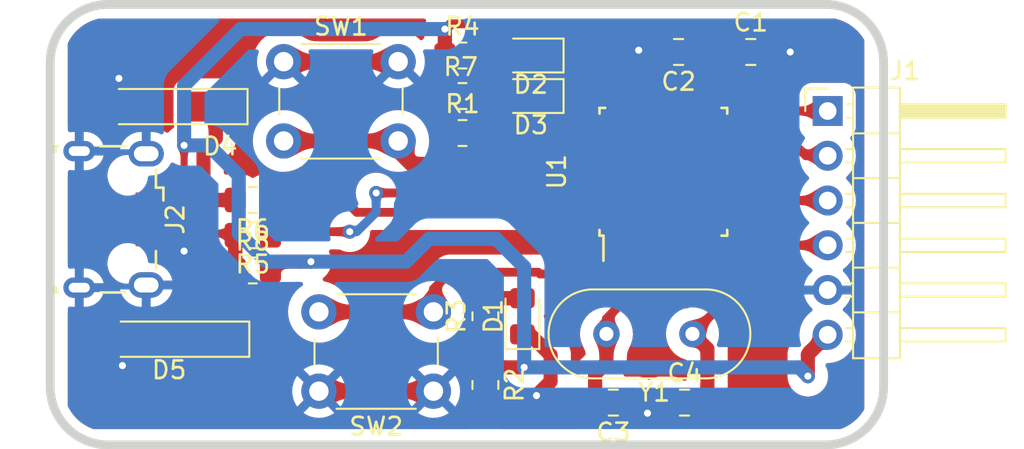
<source format=kicad_pcb>
(kicad_pcb (version 20211014) (generator pcbnew)
  (title_block (title "Generic USBAsp") (date "2023-01-26") (rev "0") (company "by Achmadi ST MT"))
  (layers (0 "F.Cu" signal) (31 "B.Cu" signal) (34 "B.Paste" user) (35 "F.Paste" user) (36 "B.SilkS" user "B.Silkscreen") (37 "F.SilkS" user "F.Silkscreen") (38 "B.Mask" user) (39 "F.Mask" user) (44 "Edge.Cuts" user))
  (net 0 "")
  (net 1 "VCC")
  (net 2 "GND")
  (net 3 "XTAL1")
  (net 4 "XTAL2")
  (net 5 "Net-(D1-Pad2)")
  (net 6 "LED0")
  (net 7 "Net-(D2-Pad2)")
  (net 8 "LED1")
  (net 9 "Net-(D3-Pad2)")
  (net 10 "Net-(D4-Pad1)")
  (net 11 "Net-(D5-Pad1)")
  (net 12 "SPI_NSS")
  (net 13 "SPI_MOSI")
  (net 14 "SPI_MISO")
  (net 15 "SPI_SCK")
  (net 17 "NRST")
  (net 18 "USER_BTN")
  (net 19 "USB_DM")
  (net 20 "USB_DP")
  (footprint "Connector_USB:USB_Micro-B_Wuerth_629105150521" (layer "F.Cu") (at 50.1 34.5 -90)
    (fp_text reference "J2")
    (fp_text value "USB_B_Micro")
  )
  (footprint "Resistor_SMD:R_0805_2012Metric_Pad1.20x1.40mm_HandSolder" (layer "F.Cu") (at 69.9 29.6)
    (fp_text reference "R1")
    (fp_text value "10K")
  )
  (footprint "Resistor_SMD:R_0805_2012Metric_Pad1.20x1.40mm_HandSolder" (layer "F.Cu") (at 69.9 25.2)
    (fp_text reference "R4")
    (fp_text value "330")
  )
  (footprint "Package_QFP:TQFP-32_7x7mm_P0.8mm" (layer "F.Cu") (at 81.3 31.8 90)
    (fp_text reference "U1")
    (fp_text value "ATmega8A-A")
  )
  (footprint "LED_SMD:LED_0805_2012Metric_Pad1.15x1.40mm_HandSolder" (layer "F.Cu") (at 73.3 40 90)
    (fp_text reference "D1")
    (fp_text value "LED")
  )
  (footprint "LED_SMD:LED_0805_2012Metric_Pad1.15x1.40mm_HandSolder" (layer "F.Cu") (at 73.775 25.2 180)
    (fp_text reference "D2")
    (fp_text value "LED")
  )
  (footprint "LED_SMD:LED_0805_2012Metric_Pad1.15x1.40mm_HandSolder" (layer "F.Cu") (at 73.775 27.5 180)
    (fp_text reference "D3")
    (fp_text value "LED")
  )
  (footprint "Resistor_SMD:R_0805_2012Metric_Pad1.20x1.40mm_HandSolder" (layer "F.Cu") (at 58 33.4 180)
    (fp_text reference "R6")
    (fp_text value "68")
  )
  (footprint "Capacitor_SMD:C_0805_2012Metric_Pad1.18x1.45mm_HandSolder" (layer "F.Cu") (at 78.4625 44.9 180)
    (fp_text reference "C3")
    (fp_text value "22pF")
  )
  (footprint "Resistor_SMD:R_0805_2012Metric_Pad1.20x1.40mm_HandSolder" (layer "F.Cu") (at 58 35.4 180)
    (fp_text reference "R5")
    (fp_text value "68")
  )
  (footprint "Capacitor_SMD:C_0805_2012Metric_Pad1.18x1.45mm_HandSolder" (layer "F.Cu") (at 82.1625 25 180)
    (fp_text reference "C2")
    (fp_text value "0.1uF")
  )
  (footprint "Connector_PinHeader_2.54mm:PinHeader_1x06_P2.54mm_Horizontal" (layer "F.Cu") (at 90.625 28.35)
    (fp_text reference "J1")
    (fp_text value "Conn_01x06_Male")
  )
  (footprint "Capacitor_SMD:C_0805_2012Metric_Pad1.18x1.45mm_HandSolder" (layer "F.Cu") (at 86.2625 25)
    (fp_text reference "C1")
    (fp_text value "10uF")
  )
  (footprint "Button_Switch_THT:SW_PUSH_6mm" (layer "F.Cu") (at 59.75 25.55)
    (fp_text reference "SW1")
    (fp_text value "SW_Push")
  )
  (footprint "Diode_SMD:D_MiniMELF_Handsoldering" (layer "F.Cu") (at 53.15 28.1 180)
    (fp_text reference "D4")
    (fp_text value "DZ-3v3")
  )
  (footprint "Resistor_SMD:R_0805_2012Metric_Pad1.20x1.40mm_HandSolder" (layer "F.Cu") (at 71.2 40 90)
    (fp_text reference "R3")
    (fp_text value "330")
  )
  (footprint "Diode_SMD:D_MiniMELF_Handsoldering" (layer "F.Cu") (at 53.25 41.3 180)
    (fp_text reference "D5")
    (fp_text value "DZ-3v3")
  )
  (footprint "Button_Switch_THT:SW_PUSH_6mm" (layer "F.Cu") (at 68.25 44.25 180)
    (fp_text reference "SW2")
    (fp_text value "SW_Push")
  )
  (footprint "Resistor_SMD:R_0805_2012Metric_Pad1.20x1.40mm_HandSolder" (layer "F.Cu") (at 71.2 43.9 -90)
    (fp_text reference "R2")
    (fp_text value "10K")
  )
  (footprint "Resistor_SMD:R_0805_2012Metric_Pad1.20x1.40mm_HandSolder" (layer "F.Cu") (at 69.9 27.5)
    (fp_text reference "R7")
    (fp_text value "330")
  )
  (footprint "Resistor_SMD:R_0805_2012Metric_Pad1.20x1.40mm_HandSolder" (layer "F.Cu") (at 58 37.4)
    (fp_text reference "R8")
    (fp_text value "10k")
  )
  (footprint "Crystal:Crystal_HC49-4H_Vertical" (layer "F.Cu") (at 82.95 41 180)
    (fp_text reference "Y1")
    (fp_text value "Crystal")
  )
  (footprint "Capacitor_SMD:C_0805_2012Metric_Pad1.18x1.45mm_HandSolder" (layer "F.Cu") (at 82.5 44.9)
    (fp_text reference "C4")
    (fp_text value "22pF")
  )
  (gr_line (start 90.5 22.3) (end 49.8 22.3) (layer "Edge.Cuts") (width 0.5))
  (gr_line (start 93.8 44) (end 93.8 25.6) (layer "Edge.Cuts") (width 0.5))
  (gr_line (start 49.8 47.3) (end 90.5 47.3) (layer "Edge.Cuts") (width 0.5))
  (gr_arc (start 93.8 44) (mid 92.833452 46.333452) (end 90.5 47.3) (layer "Edge.Cuts") (width 0.5))
  (gr_arc (start 46.5 25.6) (mid 47.466548 23.266548) (end 49.8 22.3) (layer "Edge.Cuts") (width 0.5))
  (gr_arc (start 90.5 22.3) (mid 92.833452 23.266548) (end 93.8 25.6) (layer "Edge.Cuts") (width 0.5))
  (gr_line (start 46.5 25.6) (end 46.5 44) (layer "Edge.Cuts") (width 0.5))
  (gr_arc (start 49.8 47.3) (mid 47.466548 46.333452) (end 46.5 44) (layer "Edge.Cuts") (width 0.5))
  (segment (start 68.9 25.2) (end 68.9 27.5) (width 0.8) (layer "F.Cu") (net 1))
  (segment (start 89.5 42.175) (end 90.625 41.05) (width 0.8) (layer "F.Cu") (net 1))
  (segment (start 80.9 36.05) (end 80.9 33.4) (width 0.5) (layer "F.Cu") (net 1))
  (segment (start 81 33.3) (end 83.3 33.3) (width 0.5) (layer "F.Cu") (net 1))
  (segment (start 89.5 43.4) (end 89.5 42.175) (width 0.8) (layer "F.Cu") (net 1))
  (segment (start 61.3 36.9) (end 59.5 36.9) (width 0.8) (layer "F.Cu") (net 1))
  (segment (start 71.2 42.9) (end 73.4 42.9) (width 0.8) (layer "F.Cu") (net 1))
  (segment (start 69.2 23.4) (end 68.9 23.7) (width 0.5) (layer "F.Cu") (net 1))
  (segment (start 82.3 23.4) (end 69.2 23.4) (width 0.5) (layer "F.Cu") (net 1))
  (segment (start 71.2 41) (end 71.2 42.9) (width 0.8) (layer "F.Cu") (net 1))
  (segment (start 53.4 33.2) (end 53.8 32.8) (width 0.4) (layer "F.Cu") (net 1))
  (segment (start 83.3 27.55) (end 83.3 33.3) (width 0.5) (layer "F.Cu") (net 1))
  (segment (start 83.3 25.1) (end 83.2 25) (width 0.5) (layer "F.Cu") (net 1))
  (segment (start 54.1 32.5) (end 54.1 30.3) (width 0.4) (layer "F.Cu") (net 1))
  (segment (start 59.5 36.9) (end 59 37.4) (width 0.8) (layer "F.Cu") (net 1))
  (segment (start 68.9 29.6) (end 68.9 27.5) (width 0.8) (layer "F.Cu") (net 1))
  (segment (start 83.3 27.55) (end 83.3 25.1) (width 0.5) (layer "F.Cu") (net 1))
  (segment (start 82.5 34.1) (end 82.5 36.05) (width 0.5) (layer "F.Cu") (net 1))
  (segment (start 52 33.2) (end 53.4 33.2) (width 0.4) (layer "F.Cu") (net 1))
  (segment (start 80.9 33.4) (end 81 33.3) (width 0.5) (layer "F.Cu") (net 1))
  (segment (start 68.9 25.2) (end 68.9 23.7) (width 0.8) (layer "F.Cu") (net 1))
  (segment (start 83.2 25) (end 83.2 24.3) (width 0.5) (layer "F.Cu") (net 1))
  (segment (start 83.2 25) (end 85.225 25) (width 0.5) (layer "F.Cu") (net 1))
  (segment (start 83.2 24.3) (end 82.3 23.4) (width 0.5) (layer "F.Cu") (net 1))
  (segment (start 53.8 32.8) (end 54.1 32.5) (width 0.4) (layer "F.Cu") (net 1))
  (segment (start 83.3 33.3) (end 82.5 34.1) (width 0.5) (layer "F.Cu") (net 1))
  (via (at 61.3 36.9) (size 0.8) (drill 0.4) (layers "F.Cu" "B.Cu") (net 1))
  (via (at 68.9 23.7) (size 0.8) (drill 0.4) (layers "F.Cu" "B.Cu") (net 1))
  (via (at 89.5 43.4) (size 0.8) (drill 0.4) (layers "F.Cu" "B.Cu") (net 1))
  (via (at 54.1 30.3) (size 0.8) (drill 0.4) (layers "F.Cu" "B.Cu") (net 1))
  (via (at 73.4 42.9) (size 0.8) (drill 0.4) (layers "F.Cu" "B.Cu") (net 1))
  (segment (start 68.9 23.7) (end 57.3 23.7) (width 0.8) (layer "B.Cu") (net 1))
  (segment (start 89 42.9) (end 89.5 43.4) (width 0.8) (layer "B.Cu") (net 1))
  (segment (start 56.1 30.9) (end 57.2 32) (width 0.8) (layer "B.Cu") (net 1))
  (segment (start 57.2 32) (end 57.2 35.3) (width 0.8) (layer "B.Cu") (net 1))
  (segment (start 55.5 30.3) (end 56.1 30.9) (width 0.8) (layer "B.Cu") (net 1))
  (segment (start 68 35.6) (end 66.7 36.9) (width 0.8) (layer "B.Cu") (net 1))
  (segment (start 57.2 35.3) (end 58.8 36.9) (width 0.8) (layer "B.Cu") (net 1))
  (segment (start 60.7 36.9) (end 61.3 36.9) (width 0.8) (layer "B.Cu") (net 1))
  (segment (start 66.7 36.9) (end 61.3 36.9) (width 0.8) (layer "B.Cu") (net 1))
  (segment (start 71.8 35.6) (end 68 35.6) (width 0.8) (layer "B.Cu") (net 1))
  (segment (start 73.4 37.2) (end 71.8 35.6) (width 0.8) (layer "B.Cu") (net 1))
  (segment (start 58.8 36.9) (end 60.7 36.9) (width 0.8) (layer "B.Cu") (net 1))
  (segment (start 54.1 30.3) (end 55.5 30.3) (width 0.8) (layer "B.Cu") (net 1))
  (segment (start 73.4 42.9) (end 89 42.9) (width 0.8) (layer "B.Cu") (net 1))
  (segment (start 57.3 23.7) (end 54.1 26.9) (width 0.8) (layer "B.Cu") (net 1))
  (segment (start 54.1 26.9) (end 54.1 30.3) (width 0.8) (layer "B.Cu") (net 1))
  (segment (start 73.4 42.9) (end 73.4 37.2) (width 0.8) (layer "B.Cu") (net 1))
  (segment (start 68.25 44.25) (end 61.75 44.25) (width 0.8) (layer "F.Cu") (net 2))
  (segment (start 74.9 43.7) (end 74.1 44.5) (width 0.8) (layer "F.Cu") (net 2))
  (segment (start 80.1 37.8) (end 81.2 37.8) (width 0.5) (layer "F.Cu") (net 2))
  (segment (start 53.6 35.8) (end 54.1 36.3) (width 0.4) (layer "F.Cu") (net 2))
  (segment (start 80.9 27.55) (end 80.9 25.225) (width 0.5) (layer "F.Cu") (net 2))
  (segment (start 74.7 42) (end 74.9 42.2) (width 0.8) (layer "F.Cu") (net 2))
  (segment (start 80.1 36.05) (end 80.1 37.8) (width 0.5) (layer "F.Cu") (net 2))
  (segment (start 81.125 25) (end 80 25) (width 0.8) (layer "F.Cu") (net 2))
  (segment (start 80.9 27.55) (end 80.9 28.6) (width 0.5) (layer "F.Cu") (net 2))
  (segment (start 81.2 37.8) (end 81.7 37.3) (width 0.5) (layer "F.Cu") (net 2))
  (segment (start 73.3 41.025) (end 73.725 41.025) (width 0.8) (layer "F.Cu") (net 2))
  (segment (start 80.2 45.3) (end 80.4 45.5) (width 0.8) (layer "F.Cu") (net 2))
  (segment (start 80.2 29) (end 77.05 29) (width 0.5) (layer "F.Cu") (net 2))
  (segment (start 50.5 41.3) (end 50.5 42.7) (width 0.8) (layer "F.Cu") (net 2))
  (segment (start 81.7 37.3) (end 81.7 36.05) (width 0.5) (layer "F.Cu") (net 2))
  (segment (start 52 35.8) (end 53.6 35.8) (width 0.4) (layer "F.Cu") (net 2))
  (segment (start 80.9 28.6) (end 80.5 29) (width 0.5) (layer "F.Cu") (net 2))
  (segment (start 80.1 36.05) (end 80.1 29.1) (width 0.5) (layer "F.Cu") (net 2))
  (segment (start 80.2 44.9) (end 80.2 45.3) (width 0.8) (layer "F.Cu") (net 2))
  (segment (start 50.5 42.7) (end 50.6 42.8) (width 0.8) (layer "F.Cu") (net 2))
  (segment (start 87.3 25) (end 88.5 25) (width 0.8) (layer "F.Cu") (net 2))
  (segment (start 80.5 29) (end 80.2 29) (width 0.5) (layer "F.Cu") (net 2))
  (segment (start 80.9 25.225) (end 81.125 25) (width 0.5) (layer "F.Cu") (net 2))
  (segment (start 74.9 42.2) (end 74.9 43.7) (width 0.8) (layer "F.Cu") (net 2))
  (segment (start 50.4 28.1) (end 50.4 26.5) (width 0.8) (layer "F.Cu") (net 2))
  (segment (start 81.4625 44.9) (end 80.2 44.9) (width 0.8) (layer "F.Cu") (net 2))
  (segment (start 73.725 41.025) (end 74.7 42) (width 0.8) (layer "F.Cu") (net 2))
  (segment (start 80 25) (end 79.9 24.9) (width 0.8) (layer "F.Cu") (net 2))
  (segment (start 66.25 25.55) (end 59.75 25.55) (width 0.8) (layer "F.Cu") (net 2))
  (segment (start 80.2 44.9) (end 79.5 44.9) (width 0.8) (layer "F.Cu") (net 2))
  (segment (start 80.1 29.1) (end 80.2 29) (width 0.5) (layer "F.Cu") (net 2))
  (via (at 80.4 45.5) (size 0.8) (drill 0.4) (layers "F.Cu" "B.Cu") (net 2))
  (via (at 50.4 26.5) (size 0.8) (drill 0.4) (layers "F.Cu" "B.Cu") (net 2))
  (via (at 54.1 36.3) (size 0.8) (drill 0.4) (layers "F.Cu" "B.Cu") (net 2))
  (via (at 79.9 24.9) (size 0.8) (drill 0.4) (layers "F.Cu" "B.Cu") (net 2))
  (via (at 50.6 42.8) (size 0.8) (drill 0.4) (layers "F.Cu" "B.Cu") (net 2))
  (via (at 88.5 25) (size 0.8) (drill 0.4) (layers "F.Cu" "B.Cu") (net 2))
  (via (at 74.1 44.5) (size 0.8) (drill 0.4) (layers "F.Cu" "B.Cu") (net 2))
  (segment (start 83.3 36.05) (end 83.3 38.6) (width 0.5) (layer "F.Cu") (net 3))
  (segment (start 77.425 43.275) (end 77.425 44.9) (width 0.8) (layer "F.Cu") (net 3))
  (segment (start 78.07 41) (end 78.07 42.63) (width 0.8) (layer "F.Cu") (net 3))
  (segment (start 82.6 39.3) (end 78.9 39.3) (width 0.5) (layer "F.Cu") (net 3))
  (segment (start 83.3 38.6) (end 82.6 39.3) (width 0.5) (layer "F.Cu") (net 3))
  (segment (start 78.07 40.13) (end 78.07 41) (width 0.5) (layer "F.Cu") (net 3))
  (segment (start 78.07 42.63) (end 77.425 43.275) (width 0.8) (layer "F.Cu") (net 3))
  (segment (start 78.9 39.3) (end 78.07 40.13) (width 0.5) (layer "F.Cu") (net 3))
  (segment (start 82.95 41) (end 83.8 41.85) (width 0.8) (layer "F.Cu") (net 4))
  (segment (start 83.8 41.85) (end 83.8 44.6375) (width 0.8) (layer "F.Cu") (net 4))
  (segment (start 83.8 44.6375) (end 83.5375 44.9) (width 0.8) (layer "F.Cu") (net 4))
  (segment (start 84.1 36.05) (end 84.1 39.85) (width 0.5) (layer "F.Cu") (net 4))
  (segment (start 84.1 39.85) (end 82.95 41) (width 0.5) (layer "F.Cu") (net 4))
  (segment (start 73.3 38.975) (end 71.225 38.975) (width 0.8) (layer "F.Cu") (net 5))
  (segment (start 71.225 38.975) (end 71.2 39) (width 0.8) (layer "F.Cu") (net 5))
  (segment (start 79.3 26.4) (end 78.1 25.2) (width 0.5) (layer "F.Cu") (net 6))
  (segment (start 78.1 25.2) (end 74.8 25.2) (width 0.5) (layer "F.Cu") (net 6))
  (segment (start 79.3 27.55) (end 79.3 26.4) (width 0.5) (layer "F.Cu") (net 6))
  (segment (start 72.75 25.2) (end 70.9 25.2) (width 0.8) (layer "F.Cu") (net 7))
  (segment (start 76.8 27.3) (end 76.6 27.5) (width 0.5) (layer "F.Cu") (net 8))
  (segment (start 76.6 27.5) (end 74.8 27.5) (width 0.5) (layer "F.Cu") (net 8))
  (segment (start 77.3 26.3) (end 76.8 26.8) (width 0.5) (layer "F.Cu") (net 8))
  (segment (start 78.5 26.8) (end 78 26.3) (width 0.5) (layer "F.Cu") (net 8))
  (segment (start 76.8 26.8) (end 76.8 27.3) (width 0.5) (layer "F.Cu") (net 8))
  (segment (start 78 26.3) (end 77.3 26.3) (width 0.5) (layer "F.Cu") (net 8))
  (segment (start 78.5 27.55) (end 78.5 26.8) (width 0.5) (layer "F.Cu") (net 8))
  (segment (start 72.75 27.5) (end 70.9 27.5) (width 0.8) (layer "F.Cu") (net 9))
  (segment (start 55.2 33) (end 55.2 30.6) (width 0.8) (layer "F.Cu") (net 10))
  (segment (start 52 33.85) (end 55.15 33.85) (width 0.4) (layer "F.Cu") (net 10))
  (segment (start 55.2 30.6) (end 55.9 29.9) (width 0.8) (layer "F.Cu") (net 10))
  (segment (start 55.9 29.9) (end 55.9 28.1) (width 0.8) (layer "F.Cu") (net 10))
  (segment (start 55.6 33.4) (end 55.2 33) (width 0.8) (layer "F.Cu") (net 10))
  (segment (start 55.15 33.85) (end 55.6 33.4) (width 0.4) (layer "F.Cu") (net 10))
  (segment (start 55.9 33.4) (end 55.6 33.4) (width 0.8) (layer "F.Cu") (net 10))
  (segment (start 57 33.4) (end 55.9 33.4) (width 0.8) (layer "F.Cu") (net 10))
  (segment (start 54.7 35.3) (end 56.9 35.3) (width 0.4) (layer "F.Cu") (net 11))
  (segment (start 53.9 34.5) (end 54.7 35.3) (width 0.4) (layer "F.Cu") (net 11))
  (segment (start 55.9 38.7) (end 56 38.8) (width 0.8) (layer "F.Cu") (net 11))
  (segment (start 57 35.4) (end 57 37.4) (width 0.8) (layer "F.Cu") (net 11))
  (segment (start 56 38.8) (end 56 41.3) (width 0.8) (layer "F.Cu") (net 11))
  (segment (start 55.9 38.5) (end 55.9 38.7) (width 0.8) (layer "F.Cu") (net 11))
  (segment (start 57 37.4) (end 55.9 38.5) (width 0.8) (layer "F.Cu") (net 11))
  (segment (start 56.9 35.3) (end 57 35.4) (width 0.4) (layer "F.Cu") (net 11))
  (segment (start 52 34.5) (end 53.9 34.5) (width 0.4) (layer "F.Cu") (net 11))
  (segment (start 88.37 35.97) (end 90.625 35.97) (width 0.5) (layer "F.Cu") (net 12))
  (segment (start 85.55 30.6) (end 87.1 30.6) (width 0.5) (layer "F.Cu") (net 12))
  (segment (start 87.4 35) (end 88.37 35.97) (width 0.5) (layer "F.Cu") (net 12))
  (segment (start 87.4 30.9) (end 87.4 35) (width 0.5) (layer "F.Cu") (net 12))
  (segment (start 87.1 30.6) (end 87.4 30.9) (width 0.5) (layer "F.Cu") (net 12))
  (segment (start 88.1 33.2) (end 88.33 33.43) (width 0.5) (layer "F.Cu") (net 13))
  (segment (start 87.28995 29.8) (end 88.1 30.61005) (width 0.5) (layer "F.Cu") (net 13))
  (segment (start 88.1 30.61005) (end 88.1 33.2) (width 0.5) (layer "F.Cu") (net 13))
  (segment (start 88.33 33.43) (end 90.625 33.43) (width 0.5) (layer "F.Cu") (net 13))
  (segment (start 85.55 29.8) (end 87.28995 29.8) (width 0.5) (layer "F.Cu") (net 13))
  (segment (start 87.5 29) (end 89.39 30.89) (width 0.5) (layer "F.Cu") (net 14))
  (segment (start 85.55 29) (end 87.5 29) (width 0.5) (layer "F.Cu") (net 14))
  (segment (start 89.39 30.89) (end 90.625 30.89) (width 0.5) (layer "F.Cu") (net 14))
  (segment (start 84.3 26.5) (end 86.3 26.5) (width 0.5) (layer "F.Cu") (net 15))
  (segment (start 84.1 27.55) (end 84.1 26.7) (width 0.5) (layer "F.Cu") (net 15))
  (segment (start 86.3 26.5) (end 88.15 28.35) (width 0.5) (layer "F.Cu") (net 15))
  (segment (start 88.15 28.35) (end 90.625 28.35) (width 0.5) (layer "F.Cu") (net 15))
  (segment (start 84.1 26.7) (end 84.3 26.5) (width 0.5) (layer "F.Cu") (net 15))
  (segment (start 66.95 31.35) (end 71.05 31.35) (width 0.8) (layer "F.Cu") (net 17))
  (segment (start 71.05 31.35) (end 70.9 31.2) (width 0.5) (layer "F.Cu") (net 17))
  (segment (start 59.75 30.05) (end 66.25 30.05) (width 0.8) (layer "F.Cu") (net 17))
  (segment (start 66.25 30.65) (end 66.95 31.35) (width 0.8) (layer "F.Cu") (net 17))
  (segment (start 70.9 31.2) (end 70.9 29.6) (width 0.5) (layer "F.Cu") (net 17))
  (segment (start 77.05 32.2) (end 71.9 32.2) (width 0.5) (layer "F.Cu") (net 17))
  (segment (start 71.9 32.2) (end 71.05 31.35) (width 0.5) (layer "F.Cu") (net 17))
  (segment (start 66.25 30.05) (end 66.25 30.65) (width 0.8) (layer "F.Cu") (net 17))
  (segment (start 68.9 41.9) (end 65.6 41.9) (width 0.5) (layer "F.Cu") (net 18))
  (segment (start 74.3 37.6) (end 74.2 37.5) (width 0.5) (layer "F.Cu") (net 18))
  (segment (start 65.2 41.5) (end 65.2 40.2) (width 0.5) (layer "F.Cu") (net 18))
  (segment (start 65.65 39.75) (end 61.75 39.75) (width 0.8) (layer "F.Cu") (net 18))
  (segment (start 78.5 37) (end 77.9 37.6) (width 0.5) (layer "F.Cu") (net 18))
  (segment (start 69.9 42.9) (end 68.9 41.9) (width 0.5) (layer "F.Cu") (net 18))
  (segment (start 71.2 44.9) (end 69.9 43.6) (width 0.5) (layer "F.Cu") (net 18))
  (segment (start 69.2 37.5) (end 68.25 38.45) (width 0.5) (layer "F.Cu") (net 18))
  (segment (start 68.25 38.45) (end 68.25 39.75) (width 0.5) (layer "F.Cu") (net 18))
  (segment (start 74.2 37.5) (end 69.2 37.5) (width 0.5) (layer "F.Cu") (net 18))
  (segment (start 65.6 41.9) (end 65.2 41.5) (width 0.5) (layer "F.Cu") (net 18))
  (segment (start 77.9 37.6) (end 74.3 37.6) (width 0.5) (layer "F.Cu") (net 18))
  (segment (start 68.25 39.75) (end 65.65 39.75) (width 0.8) (layer "F.Cu") (net 18))
  (segment (start 65.2 40.2) (end 65.65 39.75) (width 0.5) (layer "F.Cu") (net 18))
  (segment (start 69.9 43.6) (end 69.9 42.9) (width 0.5) (layer "F.Cu") (net 18))
  (segment (start 78.5 36.05) (end 78.5 37) (width 0.5) (layer "F.Cu") (net 18))
  (segment (start 63.5 35.2) (end 59.2 35.2) (width 0.5) (layer "F.Cu") (net 19))
  (segment (start 77.05 33) (end 65 33) (width 0.5) (layer "F.Cu") (net 19))
  (segment (start 59.2 35.2) (end 59 35.4) (width 0.5) (layer "F.Cu") (net 19))
  (via (at 65 33) (size 0.8) (drill 0.4) (layers "F.Cu" "B.Cu") (net 19))
  (via (at 63.5 35.2) (size 0.8) (drill 0.4) (layers "F.Cu" "B.Cu") (net 19))
  (segment (start 63.9 35.2) (end 63.5 35.2) (width 0.5) (layer "B.Cu") (net 19))
  (segment (start 65 33) (end 65 34.1) (width 0.5) (layer "B.Cu") (net 19))
  (segment (start 64 35.1) (end 63.9 35.2) (width 0.5) (layer "B.Cu") (net 19))
  (segment (start 65 34.1) (end 64 35.1) (width 0.5) (layer "B.Cu") (net 19))
  (segment (start 77.05 33.8) (end 75.4 33.8) (width 0.5) (layer "F.Cu") (net 20))
  (segment (start 75.4 34.6) (end 77.05 34.6) (width 0.5) (layer "F.Cu") (net 20))
  (segment (start 59.1 33.3) (end 59 33.4) (width 0.5) (layer "F.Cu") (net 20))
  (segment (start 75.1 34.1) (end 75.1 34.3) (width 0.5) (layer "F.Cu") (net 20))
  (segment (start 75.1 34.1) (end 63.9 34.1) (width 0.5) (layer "F.Cu") (net 20))
  (segment (start 75.4 33.8) (end 75.1 34.1) (width 0.5) (layer "F.Cu") (net 20))
  (segment (start 63.9 34.1) (end 63.1 33.3) (width 0.5) (layer "F.Cu") (net 20))
  (segment (start 63.1 33.3) (end 59.1 33.3) (width 0.5) (layer "F.Cu") (net 20))
  (segment (start 75.1 34.3) (end 75.4 34.6) (width 0.5) (layer "F.Cu") (net 20))
  (zone (net 3) (net_name "XTAL1") (layer "F.Cu") (priority 16962) (connect_pads yes (clearance 0)) (min_thickness 0.0254) (fill yes (thermal_gap 0.508) (thermal_bridge_width 0.508))
    (polygon (pts (xy 78.47 42.49) (xy 78.472174 42.323632) (xy 78.478952 42.180137) (xy 78.490719 42.055109) (xy 78.507857 41.944142) (xy 78.530752 41.842831) (xy 78.559786 41.746771) (xy 78.595344 41.651555) (xy 78.63781 41.552777) (xy 78.687567 41.446033) (xy 78.745 41.326917) (xy 78.07 40.625) (xy 77.395 41.326917) (xy 77.452432 41.446033) (xy 77.502189 41.552777) (xy 77.544655 41.651555) (xy 77.580213 41.746771) (xy 77.609247 41.842831) (xy 77.632142 41.944142) (xy 77.64928 42.055109) (xy 77.661047 42.180137) (xy 77.667825 42.323632) (xy 77.67 42.49)))
  )
  (zone (net 1) (net_name "VCC") (layer "F.Cu") (priority 16962) (connect_pads yes (clearance 0)) (min_thickness 0.0254) (fill yes (thermal_gap 0.508) (thermal_bridge_width 0.508))
    (polygon (pts (xy 52.445 33) (xy 52.393555 33.000134) (xy 52.343807 33.000465) (xy 52.296515 33.000889) (xy 52.25244 33.001297) (xy 52.212341 33.001585) (xy 52.176978 33.001646) (xy 52.14711 33.001374) (xy 52.123497 33.000663) (xy 52.106899 32.999407) (xy 52.098075 32.9975) (xy 51.8875 33.2) (xy 52.098075 33.4025) (xy 52.106899 33.400592) (xy 52.123497 33.399336) (xy 52.14711 33.398625) (xy 52.176978 33.398353) (xy 52.212341 33.398414) (xy 52.25244 33.398702) (xy 52.296515 33.39911) (xy 52.343807 33.399534) (xy 52.393555 33.399865) (xy 52.445 33.4)))
  )
  (zone (net 11) (net_name "Net-(D5-Pad1)") (layer "F.Cu") (priority 16962) (connect_pads yes (clearance 0)) (min_thickness 0.0254) (fill yes (thermal_gap 0.508) (thermal_bridge_width 0.508))
    (polygon (pts (xy 55.6 39.61) (xy 55.596314 39.799793) (xy 55.585273 39.962112) (xy 55.566901 40.102441) (xy 55.54122 40.226261) (xy 55.508256 40.339054) (xy 55.468031 40.446303) (xy 55.420569 40.553489) (xy 55.365894 40.666095) (xy 55.30403 40.789602) (xy 55.235 40.929494) (xy 56 41.725) (xy 56.765 40.929494) (xy 56.695969 40.789602) (xy 56.634105 40.666095) (xy 56.57943 40.553489) (xy 56.531968 40.446303) (xy 56.491743 40.339054) (xy 56.458779 40.226261) (xy 56.433098 40.102441) (xy 56.414726 39.962112) (xy 56.403685 39.799793) (xy 56.4 39.61)))
  )
  (zone (net 15) (net_name "SPI_SCK") (layer "F.Cu") (priority 16962) (connect_pads yes (clearance 0)) (min_thickness 0.0254) (fill yes (thermal_gap 0.508) (thermal_bridge_width 0.508))
    (polygon (pts (xy 88.935 28.6) (xy 89.129271 28.607265) (xy 89.291661 28.628122) (xy 89.428933 28.66116) (xy 89.547847 28.704968) (xy 89.655166 28.758135) (xy 89.757652 28.819252) (xy 89.862066 28.886907) (xy 89.975169 28.95969) (xy 90.103725 29.036191) (xy 90.254494 29.115) (xy 91.05 28.35) (xy 90.254494 27.585) (xy 90.103725 27.663808) (xy 89.975169 27.740309) (xy 89.862066 27.813092) (xy 89.757652 27.880747) (xy 89.655166 27.941864) (xy 89.547847 27.995031) (xy 89.428933 28.038839) (xy 89.291661 28.071877) (xy 89.129271 28.092734) (xy 88.935 28.1)))
  )
  (zone (net 2) (net_name "GND") (layer "F.Cu") (priority 16962) (connect_pads yes (clearance 0)) (min_thickness 0.0254) (fill yes (thermal_gap 0.508) (thermal_bridge_width 0.508))
    (polygon (pts (xy 81.15 26.1325) (xy 81.153718 26.023558) (xy 81.164849 25.930376) (xy 81.183352 25.85034) (xy 81.209189 25.780833) (xy 81.24232 25.719242) (xy 81.282706 25.66295) (xy 81.330307 25.609343) (xy 81.385085 25.555805) (xy 81.447 25.499721) (xy 81.516014 25.438478) (xy 81.237095 24.72848) (xy 80.53854 25.034934) (xy 80.548243 25.161283) (xy 80.560534 25.270761) (xy 80.574562 25.368312) (xy 80.589476 25.458879) (xy 80.604428 25.547406) (xy 80.618568 25.638839) (xy 80.631044 25.73812) (xy 80.641008 25.850195) (xy 80.64761 25.980007) (xy 80.65 26.1325)))
  )
  (zone (net 9) (net_name "Net-(D3-Pad2)") (layer "F.Cu") (priority 16962) (connect_pads yes (clearance 0)) (min_thickness 0.0254) (fill yes (thermal_gap 0.508) (thermal_bridge_width 0.508))
    (polygon (pts (xy 71.605 27.9) (xy 71.732282 27.899725) (xy 71.845042 27.899547) (xy 71.945572 27.900431) (xy 72.036165 27.903343) (xy 72.11911 27.909249) (xy 72.196702 27.919115) (xy 72.271231 27.933907) (xy 72.34499 27.954591) (xy 72.42027 27.982133) (xy 72.499364 28.0175) (xy 73.0375 27.5) (xy 72.499364 26.9825) (xy 72.42027 27.017866) (xy 72.34499 27.045408) (xy 72.271231 27.066092) (xy 72.196702 27.080884) (xy 72.11911 27.09075) (xy 72.036165 27.096656) (xy 71.945572 27.099568) (xy 71.845042 27.100452) (xy 71.732282 27.100274) (xy 71.605 27.1)))
  )
  (zone (net 18) (net_name "USER_BTN") (layer "F.Cu") (priority 16962) (connect_pads yes (clearance 0)) (min_thickness 0.0254) (fill yes (thermal_gap 0.508) (thermal_bridge_width 0.508))
    (polygon (pts (xy 68.568198 37.778249) (xy 68.413086 37.940062) (xy 68.288424 38.082914) (xy 68.187174 38.21097) (xy 68.1023 38.328394) (xy 68.026765 38.439351) (xy 67.953533 38.548006) (xy 67.875566 38.658523) (xy 67.785828 38.775067) (xy 67.677283 38.901802) (xy 67.542894 39.042894) (xy 68.25 40.25) (xy 69.15 39.314111) (xy 69.076845 39.178384) (xy 68.998053 39.051688) (xy 68.919932 38.932094) (xy 68.84879 38.817674) (xy 68.790936 38.706498) (xy 68.752676 38.59664) (xy 68.740319 38.486169) (xy 68.760174 38.373158) (xy 68.818549 38.255678) (xy 68.921751 38.131802)))
  )
  (zone (net 17) (net_name "NRST") (layer "F.Cu") (priority 16962) (connect_pads yes (clearance 0)) (min_thickness 0.0254) (fill yes (thermal_gap 0.508) (thermal_bridge_width 0.508))
    (polygon (pts (xy 67.45005 30.95) (xy 67.34303 30.936843) (xy 67.266845 30.899664) (xy 67.217141 30.841902) (xy 67.189565 30.766992) (xy 67.179763 30.678372) (xy 67.183382 30.57948) (xy 67.196068 30.473754) (xy 67.213468 30.364629) (xy 67.231227 30.255544) (xy 67.244993 30.149937) (xy 66.078119 29.580472) (xy 66.25 31.05) (xy 66.405511 31.0696) (xy 66.530405 31.1228) (xy 66.633204 31.201199) (xy 66.722431 31.2964) (xy 66.806609 31.4) (xy 66.89426 31.5036) (xy 66.993907 31.5988) (xy 67.114073 31.6772) (xy 67.263279 31.7304) (xy 67.45005 31.75)))
  )
  (zone (net 5) (net_name "Net-(D1-Pad2)") (layer "F.Cu") (priority 16962) (connect_pads yes (clearance 0)) (min_thickness 0.0254) (fill yes (thermal_gap 0.508) (thermal_bridge_width 0.508))
    (polygon (pts (xy 72.405 38.575) (xy 72.268044 38.575157) (xy 72.147533 38.575002) (xy 72.040664 38.573595) (xy 71.944631 38.569995) (xy 71.856633 38.56326) (xy 71.773864 38.552452) (xy 71.693521 38.536628) (xy 71.612801 38.514849) (xy 71.5289 38.486174) (xy 71.439015 38.449663) (xy 70.900256 39.012386) (xy 71.483605 39.528741) (xy 71.566805 39.486883) (xy 71.645228 39.453408) (xy 71.72141 39.427381) (xy 71.797887 39.407863) (xy 71.877196 39.393918) (xy 71.961873 39.384609) (xy 72.054456 39.379) (xy 72.15748 39.376153) (xy 72.273482 39.375132) (xy 72.405 39.375)))
  )
  (zone (net 17) (net_name "NRST") (layer "F.Cu") (priority 16962) (connect_pads yes (clearance 0)) (min_thickness 0.0254) (fill yes (thermal_gap 0.508) (thermal_bridge_width 0.508))
    (polygon (pts (xy 71.15 30.79) (xy 71.153377 30.655611) (xy 71.163297 30.541497) (xy 71.179441 30.443516) (xy 71.201491 30.357527) (xy 71.22913 30.279389) (xy 71.262037 30.204961) (xy 71.299897 30.130102) (xy 71.342389 30.050672) (xy 71.389196 29.962529) (xy 71.44 29.861533) (xy 70.9 29.3) (xy 70.36 29.861533) (xy 70.410803 29.962529) (xy 70.45761 30.050672) (xy 70.500102 30.130102) (xy 70.537962 30.204961) (xy 70.570869 30.279389) (xy 70.598508 30.357527) (xy 70.620558 30.443516) (xy 70.636702 30.541497) (xy 70.646622 30.655611) (xy 70.65 30.79)))
  )
  (zone (net 11) (net_name "Net-(D5-Pad1)") (layer "F.Cu") (priority 16962) (connect_pads yes (clearance 0)) (min_thickness 0.0254) (fill yes (thermal_gap 0.508) (thermal_bridge_width 0.508))
    (polygon (pts (xy 56.441386 38.524299) (xy 56.534828 38.43093) (xy 56.617635 38.349192) (xy 56.692305 38.277856) (xy 56.761335 38.215697) (xy 56.827222 38.161488) (xy 56.892462 38.114003) (xy 56.959553 38.072015) (xy 57.030993 38.034298) (xy 57.109277 37.999625) (xy 57.196905 37.96677) (xy 57.212132 37.187868) (xy 56.43323 37.203095) (xy 56.400374 37.290722) (xy 56.365701 37.369006) (xy 56.327984 37.440446) (xy 56.285996 37.507537) (xy 56.238511 37.572777) (xy 56.184302 37.638664) (xy 56.122143 37.707694) (xy 56.050807 37.782364) (xy 55.969069 37.865171) (xy 55.875701 37.958614)))
  )
  (zone (net 1) (net_name "VCC") (layer "F.Cu") (priority 16962) (connect_pads yes (clearance 0)) (min_thickness 0.0254) (fill yes (thermal_gap 0.508) (thermal_bridge_width 0.508))
    (polygon (pts (xy 84.0575 25.25) (xy 84.189255 25.253172) (xy 84.301274 25.26252) (xy 84.397572 25.277784) (xy 84.482166 25.29871) (xy 84.559074 25.325039) (xy 84.632313 25.356515) (xy 84.7059 25.392881) (xy 84.783851 25.43388) (xy 84.870183 25.479255) (xy 84.968915 25.52875) (xy 85.51875 25) (xy 84.968915 24.47125) (xy 84.870183 24.520744) (xy 84.783851 24.566119) (xy 84.7059 24.607118) (xy 84.632313 24.643484) (xy 84.559074 24.67496) (xy 84.482166 24.701289) (xy 84.397572 24.722215) (xy 84.301274 24.737479) (xy 84.189255 24.746827) (xy 84.0575 24.75)))
  )
  (zone (net 8) (net_name "LED1") (layer "F.Cu") (priority 16962) (connect_pads yes (clearance 0)) (min_thickness 0.0254) (fill yes (thermal_gap 0.508) (thermal_bridge_width 0.508))
    (polygon (pts (xy 75.945 27.25) (xy 75.815871 27.247031) (xy 75.705944 27.238255) (xy 75.611326 27.223869) (xy 75.528123 27.204067) (xy 75.452443 27.179046) (xy 75.380394 27.149001) (xy 75.308081 27.114128) (xy 75.231612 27.074623) (xy 75.147095 27.030682) (xy 75.050636 26.9825) (xy 74.5125 27.5) (xy 75.050636 28.0175) (xy 75.147095 27.969317) (xy 75.231612 27.925376) (xy 75.308081 27.885871) (xy 75.380394 27.850998) (xy 75.452443 27.820953) (xy 75.528123 27.795932) (xy 75.611326 27.77613) (xy 75.705944 27.761744) (xy 75.815871 27.752968) (xy 75.945 27.75)))
  )
  (zone (net 10) (net_name "Net-(D4-Pad1)") (layer "F.Cu") (priority 16962) (connect_pads yes (clearance 0)) (min_thickness 0.0254) (fill yes (thermal_gap 0.508) (thermal_bridge_width 0.508))
    (polygon (pts (xy 52.445 33.65) (xy 52.393555 33.650134) (xy 52.343807 33.650465) (xy 52.296515 33.650889) (xy 52.25244 33.651297) (xy 52.212341 33.651585) (xy 52.176978 33.651646) (xy 52.14711 33.651374) (xy 52.123497 33.650663) (xy 52.106899 33.649407) (xy 52.098075 33.6475) (xy 51.8875 33.85) (xy 52.098075 34.0525) (xy 52.106899 34.050592) (xy 52.123497 34.049336) (xy 52.14711 34.048625) (xy 52.176978 34.048353) (xy 52.212341 34.048414) (xy 52.25244 34.048702) (xy 52.296515 34.04911) (xy 52.343807 34.049534) (xy 52.393555 34.049865) (xy 52.445 34.05)))
  )
  (zone (net 1) (net_name "VCC") (layer "F.Cu") (priority 16962) (connect_pads yes (clearance 0)) (min_thickness 0.0254) (fill yes (thermal_gap 0.508) (thermal_bridge_width 0.508))
    (polygon (pts (xy 69.575735 23.15) (xy 69.479566 23.1542) (xy 69.396924 23.1656) (xy 69.325117 23.1824) (xy 69.261459 23.2028) (xy 69.203258 23.225) (xy 69.147825 23.2472) (xy 69.092473 23.2676) (xy 69.03451 23.2844) (xy 68.971249 23.2958) (xy 68.9 23.300001) (xy 68.758579 23.841421) (xy 69.277846 23.83127) (xy 69.291675 23.796845) (xy 69.308201 23.766039) (xy 69.327741 23.738852) (xy 69.350615 23.715286) (xy 69.377142 23.695343) (xy 69.407641 23.679023) (xy 69.442431 23.666327) (xy 69.48183 23.657257) (xy 69.526159 23.651814) (xy 69.575735 23.65)))
  )
  (zone (net 1) (net_name "VCC") (layer "F.Cu") (priority 16962) (connect_pads yes (clearance 0)) (min_thickness 0.0254) (fill yes (thermal_gap 0.508) (thermal_bridge_width 0.508))
    (polygon (pts (xy 72.39 42.5) (xy 72.257904 42.499947) (xy 72.141552 42.499191) (xy 72.03831 42.496834) (xy 71.945546 42.491975) (xy 71.860625 42.483718) (xy 71.780916 42.471163) (xy 71.703785 42.453412) (xy 71.6266 42.429567) (xy 71.546726 42.398729) (xy 71.461533 42.36) (xy 70.9 42.9) (xy 71.461533 43.44) (xy 71.546726 43.40127) (xy 71.6266 43.370432) (xy 71.703785 43.346587) (xy 71.780916 43.328836) (xy 71.860625 43.316281) (xy 71.945546 43.308024) (xy 72.03831 43.303165) (xy 72.141552 43.300808) (xy 72.257904 43.300052) (xy 72.39 43.3)))
  )
  (zone (net 1) (net_name "VCC") (layer "F.Cu") (priority 16962) (connect_pads yes (clearance 0)) (min_thickness 0.0254) (fill yes (thermal_gap 0.508) (thermal_bridge_width 0.508))
    (polygon (pts (xy 54.3 31.09) (xy 54.301485 31.001659) (xy 54.305992 30.925825) (xy 54.313598 30.860041) (xy 54.324378 30.801846) (xy 54.33841 30.748782) (xy 54.355768 30.698389) (xy 54.37653 30.648209) (xy 54.400771 30.595783) (xy 54.428569 30.538651) (xy 54.46 30.474355) (xy 54.1 30.1) (xy 53.74 30.474355) (xy 53.77143 30.538651) (xy 53.799228 30.595783) (xy 53.823469 30.648209) (xy 53.844231 30.698389) (xy 53.861589 30.748782) (xy 53.875621 30.801846) (xy 53.886401 30.860041) (xy 53.894007 30.925825) (xy 53.898514 31.001659) (xy 53.9 31.09)))
  )
  (zone (net 1) (net_name "VCC") (layer "F.Cu") (priority 16962) (connect_pads yes (clearance 0)) (min_thickness 0.0254) (fill yes (thermal_gap 0.508) (thermal_bridge_width 0.508))
    (polygon (pts (xy 59.992893 36.5) (xy 59.84887 36.5084) (xy 59.725335 36.5312) (xy 59.618332 36.564799) (xy 59.523906 36.6056) (xy 59.438102 36.65) (xy 59.356966 36.6944) (xy 59.276542 36.7352) (xy 59.192877 36.7688) (xy 59.102014 36.7916) (xy 59 36.8) (xy 58.787868 37.612132) (xy 59.56677 37.596905) (xy 59.586186 37.546866) (xy 59.609064 37.50009) (xy 59.63604 37.45705) (xy 59.667748 37.418216) (xy 59.704822 37.384061) (xy 59.747896 37.355058) (xy 59.797606 37.331678) (xy 59.854586 37.314394) (xy 59.91947 37.303677) (xy 59.992893 37.3)))
  )
  (zone (net 5) (net_name "Net-(D1-Pad2)") (layer "F.Cu") (priority 16962) (connect_pads yes (clearance 0)) (min_thickness 0.0254) (fill yes (thermal_gap 0.508) (thermal_bridge_width 0.508))
    (polygon (pts (xy 72.155 39.375) (xy 72.282282 39.374725) (xy 72.395042 39.374547) (xy 72.495572 39.375431) (xy 72.586165 39.378343) (xy 72.66911 39.384249) (xy 72.746702 39.394115) (xy 72.821231 39.408907) (xy 72.89499 39.429591) (xy 72.97027 39.457133) (xy 73.049364 39.4925) (xy 73.5875 38.975) (xy 73.049364 38.4575) (xy 72.97027 38.492866) (xy 72.89499 38.520408) (xy 72.821231 38.541092) (xy 72.746702 38.555884) (xy 72.66911 38.56575) (xy 72.586165 38.571656) (xy 72.495572 38.574568) (xy 72.395042 38.575452) (xy 72.282282 38.575274) (xy 72.155 38.575)))
  )
  (zone (net 2) (net_name "GND") (layer "F.Cu") (priority 16962) (connect_pads yes (clearance 0)) (min_thickness 0.0254) (fill yes (thermal_gap 0.508) (thermal_bridge_width 0.508))
    (polygon (pts (xy 50.8 26.6) (xy 50.8126 26.468873) (xy 50.8468 26.51629) (xy 50.897199 26.698724) (xy 50.9584 26.972648) (xy 51.025 27.294535) (xy 51.0916 27.62086) (xy 51.1528 27.908095) (xy 51.2032 28.112715) (xy 51.2374 28.191192) (xy 51.25 28.1) (xy 50.4 28.525) (xy 51.165 27.729494) (xy 51.062676 27.532041) (xy 50.93369 27.306709) (xy 50.78686 27.070993) (xy 50.631002 26.842392) (xy 50.474932 26.638401) (xy 50.327468 26.476517) (xy 50.197425 26.374238) (xy 50.093622 26.349061) (xy 50.024875 26.418483) (xy 50 26.6)))
  )
  (zone (net 18) (net_name "USER_BTN") (layer "F.Cu") (priority 16962) (connect_pads yes (clearance 0)) (min_thickness 0.0254) (fill yes (thermal_gap 0.508) (thermal_bridge_width 0.508))
    (polygon (pts (xy 63.74 39.35) (xy 63.514658 39.344005) (xy 63.323692 39.326464) (xy 63.160039 39.298039) (xy 63.016636 39.259393) (xy 62.886418 39.21119) (xy 62.762322 39.15409) (xy 62.637284 39.088759) (xy 62.504242 39.015858) (xy 62.356131 38.936051) (xy 62.185889 38.85) (xy 61.25 39.75) (xy 62.185889 40.65) (xy 62.356131 40.563948) (xy 62.504242 40.484141) (xy 62.637284 40.41124) (xy 62.762322 40.345909) (xy 62.886418 40.288809) (xy 63.016636 40.240606) (xy 63.160039 40.20196) (xy 63.323692 40.173535) (xy 63.514658 40.155994) (xy 63.74 40.15)))
  )
  (zone (net 10) (net_name "Net-(D4-Pad1)") (layer "F.Cu") (priority 16962) (connect_pads yes (clearance 0)) (min_thickness 0.0254) (fill yes (thermal_gap 0.508) (thermal_bridge_width 0.508))
    (polygon (pts (xy 56.3 29.79) (xy 56.303685 29.600206) (xy 56.314726 29.437887) (xy 56.333098 29.297558) (xy 56.358779 29.173738) (xy 56.391743 29.060945) (xy 56.431968 28.953696) (xy 56.47943 28.84651) (xy 56.534105 28.733904) (xy 56.595969 28.610397) (xy 56.665 28.470506) (xy 55.9 27.675) (xy 55.135 28.470506) (xy 55.20403 28.610397) (xy 55.265894 28.733904) (xy 55.320569 28.84651) (xy 55.368031 28.953696) (xy 55.408256 29.060945) (xy 55.44122 29.173738) (xy 55.466901 29.297558) (xy 55.485273 29.437887) (xy 55.496314 29.600206) (xy 55.5 29.79)))
  )
  (zone (net 18) (net_name "USER_BTN") (layer "F.Cu") (priority 16962) (connect_pads yes (clearance 0)) (min_thickness 0.0254) (fill yes (thermal_gap 0.508) (thermal_bridge_width 0.508))
    (polygon (pts (xy 66.26 40.15) (xy 66.485341 40.155994) (xy 66.676307 40.173535) (xy 66.83996 40.20196) (xy 66.983363 40.240606) (xy 67.113581 40.288809) (xy 67.237677 40.345909) (xy 67.362715 40.41124) (xy 67.495757 40.484141) (xy 67.643868 40.563948) (xy 67.814111 40.65) (xy 68.75 39.75) (xy 67.814111 38.85) (xy 67.643868 38.936051) (xy 67.495757 39.015858) (xy 67.362715 39.088759) (xy 67.237677 39.15409) (xy 67.113581 39.21119) (xy 66.983363 39.259393) (xy 66.83996 39.298039) (xy 66.676307 39.326464) (xy 66.485341 39.344005) (xy 66.26 39.35)))
  )
  (zone (net 3) (net_name "XTAL1") (layer "F.Cu") (priority 16962) (connect_pads yes (clearance 0)) (min_thickness 0.0254) (fill yes (thermal_gap 0.508) (thermal_bridge_width 0.508))
    (polygon (pts (xy 78.3387 39.507747) (xy 78.219039 39.631968) (xy 78.121904 39.741483) (xy 78.042161 39.83947) (xy 77.974676 39.929108) (xy 77.914315 40.013577) (xy 77.855944 40.096057) (xy 77.794428 40.179727) (xy 77.724633 40.267766) (xy 77.641425 40.363353) (xy 77.53967 40.46967) (xy 78.07 41.375) (xy 78.745 40.673083) (xy 78.699136 40.582506) (xy 78.654033 40.496782) (xy 78.612787 40.414874) (xy 78.578496 40.335746) (xy 78.554257 40.258361) (xy 78.543168 40.181682) (xy 78.548325 40.104673) (xy 78.572827 40.026297) (xy 78.61977 39.945518) (xy 78.692253 39.8613)))
  )
  (zone (net 1) (net_name "VCC") (layer "F.Cu") (priority 16962) (connect_pads yes (clearance 0)) (min_thickness 0.0254) (fill yes (thermal_gap 0.508) (thermal_bridge_width 0.508))
    (polygon (pts (xy 68.5 24.01) (xy 68.499947 24.142095) (xy 68.499191 24.258447) (xy 68.496834 24.361689) (xy 68.491975 24.454453) (xy 68.483718 24.539374) (xy 68.471163 24.619083) (xy 68.453412 24.696214) (xy 68.429567 24.773399) (xy 68.398729 24.853273) (xy 68.36 24.938467) (xy 68.9 25.5) (xy 69.44 24.938467) (xy 69.40127 24.853273) (xy 69.370432 24.773399) (xy 69.346587 24.696214) (xy 69.328836 24.619083) (xy 69.316281 24.539374) (xy 69.308024 24.454453) (xy 69.303165 24.361689) (xy 69.300808 24.258447) (xy 69.300052 24.142095) (xy 69.3 24.01)))
  )
  (zone (net 11) (net_name "Net-(D5-Pad1)") (layer "F.Cu") (priority 16962) (connect_pads yes (clearance 0)) (min_thickness 0.0254) (fill yes (thermal_gap 0.508) (thermal_bridge_width 0.508))
    (polygon (pts (xy 57.4 36.59) (xy 57.400052 36.457904) (xy 57.400808 36.341552) (xy 57.403165 36.23831) (xy 57.408024 36.145546) (xy 57.416281 36.060625) (xy 57.428836 35.980916) (xy 57.446587 35.903785) (xy 57.470432 35.8266) (xy 57.50127 35.746726) (xy 57.54 35.661533) (xy 57 35.1) (xy 56.46 35.661533) (xy 56.498729 35.746726) (xy 56.529567 35.8266) (xy 56.553412 35.903785) (xy 56.571163 35.980916) (xy 56.583718 36.060625) (xy 56.591975 36.145546) (xy 56.596834 36.23831) (xy 56.599191 36.341552) (xy 56.599947 36.457904) (xy 56.6 36.59)))
  )
  (zone (net 20) (net_name "USB_DP") (layer "F.Cu") (priority 16962) (connect_pads yes (clearance 0)) (min_thickness 0.0254) (fill yes (thermal_gap 0.508) (thermal_bridge_width 0.508))
    (polygon (pts (xy 60.2 33.05) (xy 60.054253 33.04701) (xy 59.93046 33.038367) (xy 59.823943 33.024559) (xy 59.730024 33.006076) (xy 59.644029 32.983405) (xy 59.561278 32.957036) (xy 59.477097 32.927457) (xy 59.386808 32.895158) (xy 59.285734 32.860626) (xy 59.1692 32.824352) (xy 58.704082 33.449319) (xy 59.34675 33.889656) (xy 59.433693 33.826715) (xy 59.510637 33.769898) (xy 59.581195 33.719323) (xy 59.648983 33.675109) (xy 59.717617 33.637373) (xy 59.790711 33.606233) (xy 59.871881 33.581808) (xy 59.964742 33.564215) (xy 60.07291 33.553573) (xy 60.2 33.55)))
  )
  (zone (net 2) (net_name "GND") (layer "F.Cu") (priority 16962) (connect_pads yes (clearance 0)) (min_thickness 0.0254) (fill yes (thermal_gap 0.508) (thermal_bridge_width 0.508))
    (polygon (pts (xy 53.507107 36) (xy 53.569972 36.007159) (xy 53.615925 36.027371) (xy 53.647862 36.058739) (xy 53.668677 36.099365) (xy 53.681266 36.147351) (xy 53.688524 36.2008) (xy 53.693346 36.257814) (xy 53.698628 36.316495) (xy 53.707266 36.374946) (xy 53.722154 36.43127) (xy 54.241421 36.441421) (xy 54.1 35.900001) (xy 54.027782 35.8916) (xy 53.968171 35.8688) (xy 53.917515 35.8352) (xy 53.872165 35.7944) (xy 53.828471 35.75) (xy 53.782784 35.7056) (xy 53.731453 35.6648) (xy 53.67083 35.6312) (xy 53.597265 35.6084) (xy 53.507107 35.6)))
  )
  (zone (net 7) (net_name "Net-(D2-Pad2)") (layer "F.Cu") (priority 16962) (connect_pads yes (clearance 0)) (min_thickness 0.0254) (fill yes (thermal_gap 0.508) (thermal_bridge_width 0.508))
    (polygon (pts (xy 71.605 25.6) (xy 71.732282 25.599725) (xy 71.845042 25.599547) (xy 71.945572 25.600431) (xy 72.036165 25.603343) (xy 72.11911 25.609249) (xy 72.196702 25.619115) (xy 72.271231 25.633907) (xy 72.34499 25.654591) (xy 72.42027 25.682133) (xy 72.499364 25.7175) (xy 73.0375 25.2) (xy 72.499364 24.6825) (xy 72.42027 24.717866) (xy 72.34499 24.745408) (xy 72.271231 24.766092) (xy 72.196702 24.780884) (xy 72.11911 24.79075) (xy 72.036165 24.796656) (xy 71.945572 24.799568) (xy 71.845042 24.800452) (xy 71.732282 24.800274) (xy 71.605 24.8)))
  )
  (zone (net 0) (net_name "") (layer "F.Cu") (connect_pads (clearance 0.75)) (min_thickness 0.254) (fill yes (thermal_gap 0.508) (thermal_bridge_width 0.508))
    (polygon (pts (xy 92.7 46.4) (xy 47.5 46.4) (xy 47.5 23.1) (xy 92.7 23.1)))
  )
  (zone (net 9) (net_name "Net-(D3-Pad2)") (layer "F.Cu") (priority 16962) (connect_pads yes (clearance 0)) (min_thickness 0.0254) (fill yes (thermal_gap 0.508) (thermal_bridge_width 0.508))
    (polygon (pts (xy 72.09 27.1) (xy 71.957904 27.099947) (xy 71.841552 27.099191) (xy 71.73831 27.096834) (xy 71.645546 27.091975) (xy 71.560625 27.083718) (xy 71.480916 27.071163) (xy 71.403785 27.053412) (xy 71.3266 27.029567) (xy 71.246726 26.998729) (xy 71.161533 26.96) (xy 70.6 27.5) (xy 71.161533 28.04) (xy 71.246726 28.00127) (xy 71.3266 27.970432) (xy 71.403785 27.946587) (xy 71.480916 27.928836) (xy 71.560625 27.916281) (xy 71.645546 27.908024) (xy 71.73831 27.903165) (xy 71.841552 27.900808) (xy 71.957904 27.900052) (xy 72.09 27.9)))
  )
  (zone (net 2) (net_name "GND") (layer "F.Cu") (priority 16962) (connect_pads yes (clearance 0)) (min_thickness 0.0254) (fill yes (thermal_gap 0.508) (thermal_bridge_width 0.508))
    (polygon (pts (xy 79.680035 25.245719) (xy 79.791667 25.333276) (xy 79.904449 25.380711) (xy 80.017227 25.397187) (xy 80.128846 25.391868) (xy 80.238151 25.373918) (xy 80.343989 25.352501) (xy 80.445205 25.336779) (xy 80.540644 25.335916) (xy 80.629152 25.359077) (xy 80.709575 25.415425) (xy 81.41875 25) (xy 80.868915 24.47125) (xy 80.808389 24.507271) (xy 80.748424 24.553041) (xy 80.688661 24.603641) (xy 80.628738 24.654156) (xy 80.568297 24.699665) (xy 80.506978 24.735253) (xy 80.44442 24.756002) (xy 80.380264 24.756993) (xy 80.31415 24.73331) (xy 80.245719 24.680035)))
  )
  (zone (net 1) (net_name "VCC") (layer "F.Cu") (priority 16962) (connect_pads yes (clearance 0)) (min_thickness 0.0254) (fill yes (thermal_gap 0.508) (thermal_bridge_width 0.508))
    (polygon (pts (xy 69.3 28.69) (xy 69.300052 28.557904) (xy 69.300808 28.441552) (xy 69.303165 28.33831) (xy 69.308024 28.245546) (xy 69.316281 28.160625) (xy 69.328836 28.080916) (xy 69.346587 28.003785) (xy 69.370432 27.9266) (xy 69.40127 27.846726) (xy 69.44 27.761533) (xy 68.9 27.2) (xy 68.36 27.761533) (xy 68.398729 27.846726) (xy 68.429567 27.9266) (xy 68.453412 28.003785) (xy 68.471163 28.080916) (xy 68.483718 28.160625) (xy 68.491975 28.245546) (xy 68.496834 28.33831) (xy 68.499191 28.441552) (xy 68.499947 28.557904) (xy 68.5 28.69)))
  )
  (zone (net 2) (net_name "GND") (layer "F.Cu") (priority 16962) (connect_pads yes (clearance 0)) (min_thickness 0.0254) (fill yes (thermal_gap 0.508) (thermal_bridge_width 0.508))
    (polygon (pts (xy 74.548779 41.283093) (xy 74.439898 41.179183) (xy 74.33998 41.092756) (xy 74.247719 41.020376) (xy 74.161809 40.958608) (xy 74.080944 40.904015) (xy 74.003818 40.853161) (xy 73.929125 40.80261) (xy 73.855559 40.748925) (xy 73.781814 40.688672) (xy 73.706586 40.618414) (xy 73.020451 40.957856) (xy 73.422844 41.586724) (xy 73.481918 41.577377) (xy 73.53801 41.57595) (xy 73.591983 41.582435) (xy 73.644703 41.596824) (xy 73.697033 41.619112) (xy 73.749837 41.649291) (xy 73.803981 41.687355) (xy 73.860329 41.733295) (xy 73.919744 41.787105) (xy 73.983093 41.848779)))
  )
  (zone (net 12) (net_name "SPI_NSS") (layer "F.Cu") (priority 16962) (connect_pads yes (clearance 0)) (min_thickness 0.0254) (fill yes (thermal_gap 0.508) (thermal_bridge_width 0.508))
    (polygon (pts (xy 88.935 36.22) (xy 89.129271 36.227265) (xy 89.291661 36.248122) (xy 89.428933 36.28116) (xy 89.547847 36.324968) (xy 89.655166 36.378135) (xy 89.757652 36.439252) (xy 89.862066 36.506907) (xy 89.975169 36.57969) (xy 90.103725 36.656191) (xy 90.254494 36.735) (xy 91.05 35.97) (xy 90.254494 35.205) (xy 90.103725 35.283808) (xy 89.975169 35.360309) (xy 89.862066 35.433092) (xy 89.757652 35.500747) (xy 89.655166 35.561864) (xy 89.547847 35.615031) (xy 89.428933 35.658839) (xy 89.291661 35.691877) (xy 89.129271 35.712734) (xy 88.935 35.72)))
  )
  (zone (net 2) (net_name "GND") (layer "F.Cu") (priority 16962) (connect_pads yes (clearance 0)) (min_thickness 0.0254) (fill yes (thermal_gap 0.508) (thermal_bridge_width 0.508))
    (polygon (pts (xy 61.74 25.15) (xy 61.514658 25.144005) (xy 61.323692 25.126464) (xy 61.160039 25.098039) (xy 61.016636 25.059393) (xy 60.886418 25.01119) (xy 60.762322 24.95409) (xy 60.637284 24.888759) (xy 60.504242 24.815858) (xy 60.356131 24.736051) (xy 60.185889 24.65) (xy 59.25 25.55) (xy 60.185889 26.45) (xy 60.356131 26.363948) (xy 60.504242 26.284141) (xy 60.637284 26.21124) (xy 60.762322 26.145909) (xy 60.886418 26.088809) (xy 61.016636 26.040606) (xy 61.160039 26.00196) (xy 61.323692 25.973535) (xy 61.514658 25.955994) (xy 61.74 25.95)))
  )
  (zone (net 17) (net_name "NRST") (layer "F.Cu") (priority 16962) (connect_pads yes (clearance 0)) (min_thickness 0.0254) (fill yes (thermal_gap 0.508) (thermal_bridge_width 0.508))
    (polygon (pts (xy 64.26 30.45) (xy 64.485341 30.455994) (xy 64.676307 30.473535) (xy 64.83996 30.50196) (xy 64.983363 30.540606) (xy 65.113581 30.588809) (xy 65.237677 30.645909) (xy 65.362715 30.71124) (xy 65.495757 30.784141) (xy 65.643868 30.863948) (xy 65.814111 30.95) (xy 66.75 30.05) (xy 65.814111 29.15) (xy 65.643868 29.236051) (xy 65.495757 29.315858) (xy 65.362715 29.388759) (xy 65.237677 29.45409) (xy 65.113581 29.51119) (xy 64.983363 29.559393) (xy 64.83996 29.598039) (xy 64.676307 29.626464) (xy 64.485341 29.644005) (xy 64.26 29.65)))
  )
  (zone (net 1) (net_name "VCC") (layer "F.Cu") (priority 16962) (connect_pads yes (clearance 0)) (min_thickness 0.0254) (fill yes (thermal_gap 0.508) (thermal_bridge_width 0.508))
    (polygon (pts (xy 68.5 26.31) (xy 68.499947 26.442095) (xy 68.499191 26.558447) (xy 68.496834 26.661689) (xy 68.491975 26.754453) (xy 68.483718 26.839374) (xy 68.471163 26.919083) (xy 68.453412 26.996214) (xy 68.429567 27.073399) (xy 68.398729 27.153273) (xy 68.36 27.238467) (xy 68.9 27.8) (xy 69.44 27.238467) (xy 69.40127 27.153273) (xy 69.370432 27.073399) (xy 69.346587 26.996214) (xy 69.328836 26.919083) (xy 69.316281 26.839374) (xy 69.308024 26.754453) (xy 69.303165 26.661689) (xy 69.300808 26.558447) (xy 69.300052 26.442095) (xy 69.3 26.31)))
  )
  (zone (net 3) (net_name "XTAL1") (layer "F.Cu") (priority 16962) (connect_pads yes (clearance 0)) (min_thickness 0.0254) (fill yes (thermal_gap 0.508) (thermal_bridge_width 0.508))
    (polygon (pts (xy 77.025 43.7325) (xy 77.025114 43.862176) (xy 77.024834 43.976711) (xy 77.023225 44.078571) (xy 77.019352 44.170224) (xy 77.012282 44.254135) (xy 77.001079 44.332772) (xy 76.984808 44.408602) (xy 76.962536 44.484091) (xy 76.933328 44.561706) (xy 76.89625 44.643915) (xy 77.425 45.19375) (xy 77.95375 44.643915) (xy 77.916671 44.561706) (xy 77.887463 44.484091) (xy 77.865191 44.408602) (xy 77.84892 44.332772) (xy 77.837717 44.254135) (xy 77.830647 44.170224) (xy 77.826774 44.078571) (xy 77.825165 43.976711) (xy 77.824885 43.862176) (xy 77.825 43.7325)))
  )
  (zone (net 2) (net_name "GND") (layer "F.Cu") (priority 16962) (connect_pads yes (clearance 0)) (min_thickness 0.0254) (fill yes (thermal_gap 0.508) (thermal_bridge_width 0.508))
    (polygon (pts (xy 64.26 25.95) (xy 64.485341 25.955994) (xy 64.676307 25.973535) (xy 64.83996 26.00196) (xy 64.983363 26.040606) (xy 65.113581 26.088809) (xy 65.237677 26.145909) (xy 65.362715 26.21124) (xy 65.495757 26.284141) (xy 65.643868 26.363948) (xy 65.814111 26.45) (xy 66.75 25.55) (xy 65.814111 24.65) (xy 65.643868 24.736051) (xy 65.495757 24.815858) (xy 65.362715 24.888759) (xy 65.237677 24.95409) (xy 65.113581 25.01119) (xy 64.983363 25.059393) (xy 64.83996 25.098039) (xy 64.676307 25.126464) (xy 64.485341 25.144005) (xy 64.26 25.15)))
  )
  (zone (net 1) (net_name "VCC") (layer "F.Cu") (priority 16962) (connect_pads yes (clearance 0)) (min_thickness 0.0254) (fill yes (thermal_gap 0.508) (thermal_bridge_width 0.508))
    (polygon (pts (xy 70.8 41.71) (xy 70.799947 41.842095) (xy 70.799191 41.958447) (xy 70.796834 42.061689) (xy 70.791975 42.154453) (xy 70.783718 42.239374) (xy 70.771163 42.319083) (xy 70.753412 42.396214) (xy 70.729567 42.473399) (xy 70.698729 42.553273) (xy 70.66 42.638467) (xy 71.2 43.2) (xy 71.74 42.638467) (xy 71.70127 42.553273) (xy 71.670432 42.473399) (xy 71.646587 42.396214) (xy 71.628836 42.319083) (xy 71.616281 42.239374) (xy 71.608024 42.154453) (xy 71.603165 42.061689) (xy 71.600808 41.958447) (xy 71.600052 41.842095) (xy 71.6 41.71)))
  )
  (zone (net 17) (net_name "NRST") (layer "F.Cu") (priority 16962) (connect_pads yes (clearance 0)) (min_thickness 0.0254) (fill yes (thermal_gap 0.508) (thermal_bridge_width 0.508))
    (polygon (pts (xy 61.74 29.65) (xy 61.514658 29.644005) (xy 61.323692 29.626464) (xy 61.160039 29.598039) (xy 61.016636 29.559393) (xy 60.886418 29.51119) (xy 60.762322 29.45409) (xy 60.637284 29.388759) (xy 60.504242 29.315858) (xy 60.356131 29.236051) (xy 60.185889 29.15) (xy 59.25 30.05) (xy 60.185889 30.95) (xy 60.356131 30.863948) (xy 60.504242 30.784141) (xy 60.637284 30.71124) (xy 60.762322 30.645909) (xy 60.886418 30.588809) (xy 61.016636 30.540606) (xy 61.160039 30.50196) (xy 61.323692 30.473535) (xy 61.514658 30.455994) (xy 61.74 30.45)))
  )
  (zone (net 19) (net_name "USB_DM") (layer "F.Cu") (priority 16962) (connect_pads yes (clearance 0)) (min_thickness 0.0254) (fill yes (thermal_gap 0.508) (thermal_bridge_width 0.508))
    (polygon (pts (xy 62.71 35.45) (xy 62.797651 35.450381) (xy 62.87429 35.451844) (xy 62.941873 35.454868) (xy 63.002354 35.459933) (xy 63.057691 35.467517) (xy 63.109838 35.478099) (xy 63.160751 35.49216) (xy 63.212386 35.510177) (xy 63.266699 35.532631) (xy 63.325645 35.56) (xy 63.7 35.2) (xy 63.325645 34.84) (xy 63.266699 34.867368) (xy 63.212386 34.889822) (xy 63.160751 34.907839) (xy 63.109838 34.9219) (xy 63.057691 34.932482) (xy 63.002354 34.940066) (xy 62.941873 34.945131) (xy 62.87429 34.948155) (xy 62.797651 34.949618) (xy 62.71 34.95)))
  )
  (zone (net 1) (net_name "VCC") (layer "F.Cu") (priority 16962) (connect_pads yes (clearance 0)) (min_thickness 0.0254) (fill yes (thermal_gap 0.508) (thermal_bridge_width 0.508))
    (polygon (pts (xy 69.3 26.39) (xy 69.300052 26.257904) (xy 69.300808 26.141552) (xy 69.303165 26.03831) (xy 69.308024 25.945546) (xy 69.316281 25.860625) (xy 69.328836 25.780916) (xy 69.346587 25.703785) (xy 69.370432 25.6266) (xy 69.40127 25.546726) (xy 69.44 25.461533) (xy 68.9 24.9) (xy 68.36 25.461533) (xy 68.398729 25.546726) (xy 68.429567 25.6266) (xy 68.453412 25.703785) (xy 68.471163 25.780916) (xy 68.483718 25.860625) (xy 68.491975 25.945546) (xy 68.496834 26.03831) (xy 68.499191 26.141552) (xy 68.499947 26.257904) (xy 68.5 26.39)))
  )
  (zone (net 19) (net_name "USB_DM") (layer "F.Cu") (priority 16962) (connect_pads yes (clearance 0)) (min_thickness 0.0254) (fill yes (thermal_gap 0.508) (thermal_bridge_width 0.508))
    (polygon (pts (xy 65.79 32.75) (xy 65.702348 32.749618) (xy 65.625709 32.748155) (xy 65.558126 32.745131) (xy 65.497645 32.740066) (xy 65.442308 32.732482) (xy 65.390161 32.7219) (xy 65.339248 32.707839) (xy 65.287613 32.689822) (xy 65.2333 32.667368) (xy 65.174355 32.64) (xy 64.8 33) (xy 65.174355 33.36) (xy 65.2333 33.332631) (xy 65.287613 33.310177) (xy 65.339248 33.29216) (xy 65.390161 33.278099) (xy 65.442308 33.267517) (xy 65.497645 33.259933) (xy 65.558126 33.254868) (xy 65.625709 33.251844) (xy 65.702348 33.250381) (xy 65.79 33.25)))
  )
  (zone (net 4) (net_name "XTAL2") (layer "F.Cu") (priority 16962) (connect_pads yes (clearance 0)) (min_thickness 0.0254) (fill yes (thermal_gap 0.508) (thermal_bridge_width 0.508))
    (polygon (pts (xy 84.2 42.147918) (xy 84.186 41.976929) (xy 84.148 41.835355) (xy 84.091999 41.71685) (xy 84.024 41.615065) (xy 83.95 41.523652) (xy 83.876 41.436263) (xy 83.808 41.346551) (xy 83.752 41.248169) (xy 83.714 41.134767) (xy 83.7 41) (xy 82.684835 40.734835) (xy 82.703869 41.708462) (xy 82.797597 41.735444) (xy 82.893579 41.755406) (xy 82.988959 41.772394) (xy 83.080884 41.790455) (xy 83.166498 41.813634) (xy 83.242946 41.845977) (xy 83.307375 41.891531) (xy 83.35693 41.954342) (xy 83.388756 42.038455) (xy 83.4 42.147918)))
  )
  (zone (net 6) (net_name "LED0") (layer "F.Cu") (priority 16962) (connect_pads yes (clearance 0)) (min_thickness 0.0254) (fill yes (thermal_gap 0.508) (thermal_bridge_width 0.508))
    (polygon (pts (xy 75.945 24.95) (xy 75.815871 24.947031) (xy 75.705944 24.938255) (xy 75.611326 24.923869) (xy 75.528123 24.904067) (xy 75.452443 24.879046) (xy 75.380394 24.849001) (xy 75.308081 24.814128) (xy 75.231612 24.774623) (xy 75.147095 24.730682) (xy 75.050636 24.6825) (xy 74.5125 25.2) (xy 75.050636 25.7175) (xy 75.147095 25.669317) (xy 75.231612 25.625376) (xy 75.308081 25.585871) (xy 75.380394 25.550998) (xy 75.452443 25.520953) (xy 75.528123 25.495932) (xy 75.611326 25.47613) (xy 75.705944 25.461744) (xy 75.815871 25.452968) (xy 75.945 25.45)))
  )
  (zone (net 2) (net_name "GND") (layer "F.Cu") (priority 16962) (connect_pads yes (clearance 0)) (min_thickness 0.0254) (fill yes (thermal_gap 0.508) (thermal_bridge_width 0.508))
    (polygon (pts (xy 52.445 35.6) (xy 52.393555 35.600134) (xy 52.343807 35.600465) (xy 52.296515 35.600889) (xy 52.25244 35.601297) (xy 52.212341 35.601585) (xy 52.176978 35.601646) (xy 52.14711 35.601374) (xy 52.123497 35.600663) (xy 52.106899 35.599407) (xy 52.098075 35.5975) (xy 51.8875 35.8) (xy 52.098075 36.0025) (xy 52.106899 36.000592) (xy 52.123497 35.999336) (xy 52.14711 35.998625) (xy 52.176978 35.998353) (xy 52.212341 35.998414) (xy 52.25244 35.998702) (xy 52.296515 35.99911) (xy 52.343807 35.999534) (xy 52.393555 35.999865) (xy 52.445 36)))
  )
  (zone (net 4) (net_name "XTAL2") (layer "F.Cu") (priority 16962) (connect_pads yes (clearance 0)) (min_thickness 0.0254) (fill yes (thermal_gap 0.508) (thermal_bridge_width 0.508))
    (polygon (pts (xy 83.826812 39.769635) (xy 83.702405 39.885971) (xy 83.589633 39.975449) (xy 83.485141 40.042795) (xy 83.385577 40.092735) (xy 83.287587 40.129996) (xy 83.187817 40.159304) (xy 83.082913 40.185386) (xy 82.969523 40.212968) (xy 82.844293 40.246776) (xy 82.703869 40.291538) (xy 82.684835 41.265165) (xy 83.658462 41.246131) (xy 83.703223 41.105706) (xy 83.737031 40.980476) (xy 83.764613 40.867086) (xy 83.790695 40.762182) (xy 83.820003 40.662412) (xy 83.857264 40.564422) (xy 83.907204 40.464858) (xy 83.97455 40.360366) (xy 84.064028 40.247594) (xy 84.180365 40.123188)))
  )
  (zone (net 1) (net_name "VCC") (layer "F.Cu") (priority 16962) (connect_pads yes (clearance 0)) (min_thickness 0.0254) (fill yes (thermal_gap 0.508) (thermal_bridge_width 0.508))
    (polygon (pts (xy 71.6 42.19) (xy 71.600052 42.057904) (xy 71.600808 41.941552) (xy 71.603165 41.83831) (xy 71.608024 41.745546) (xy 71.616281 41.660625) (xy 71.628836 41.580916) (xy 71.646587 41.503785) (xy 71.670432 41.4266) (xy 71.70127 41.346726) (xy 71.74 41.261533) (xy 71.2 40.7) (xy 70.66 41.261533) (xy 70.698729 41.346726) (xy 70.729567 41.4266) (xy 70.753412 41.503785) (xy 70.771163 41.580916) (xy 70.783718 41.660625) (xy 70.791975 41.745546) (xy 70.796834 41.83831) (xy 70.799191 41.941552) (xy 70.799947 42.057904) (xy 70.8 42.19)))
  )
  (zone (net 11) (net_name "Net-(D5-Pad1)") (layer "F.Cu") (priority 16962) (connect_pads yes (clearance 0)) (min_thickness 0.0254) (fill yes (thermal_gap 0.508) (thermal_bridge_width 0.508))
    (polygon (pts (xy 56.6 36.21) (xy 56.599947 36.342095) (xy 56.599191 36.458447) (xy 56.596834 36.561689) (xy 56.591975 36.654453) (xy 56.583718 36.739374) (xy 56.571163 36.819083) (xy 56.553412 36.896214) (xy 56.529567 36.973399) (xy 56.498729 37.053273) (xy 56.46 37.138467) (xy 57 37.7) (xy 57.54 37.138467) (xy 57.50127 37.053273) (xy 57.470432 36.973399) (xy 57.446587 36.896214) (xy 57.428836 36.819083) (xy 57.416281 36.739374) (xy 57.408024 36.654453) (xy 57.403165 36.561689) (xy 57.400808 36.458447) (xy 57.400052 36.342095) (xy 57.4 36.21)))
  )
  (zone (net 1) (net_name "VCC") (layer "F.Cu") (priority 16962) (connect_pads yes (clearance 0)) (min_thickness 0.0254) (fill yes (thermal_gap 0.508) (thermal_bridge_width 0.508))
    (polygon (pts (xy 82.68558 24.139134) (xy 82.740092 24.20197) (xy 82.776674 24.262577) (xy 82.797387 24.321594) (xy 82.804294 24.37966) (xy 82.799456 24.437415) (xy 82.784934 24.495499) (xy 82.762791 24.554551) (xy 82.735088 24.615211) (xy 82.703887 24.678119) (xy 82.67125 24.743915) (xy 83.2 25.29375) (xy 83.615425 24.584575) (xy 83.538789 24.501703) (xy 83.478462 24.424451) (xy 83.429912 24.350958) (xy 83.388607 24.279365) (xy 83.350015 24.207813) (xy 83.309605 24.134442) (xy 83.262843 24.057393) (xy 83.205199 23.974806) (xy 83.13214 23.884821) (xy 83.039134 23.78558)))
  )
  (zone (net 2) (net_name "GND") (layer "F.Cu") (priority 16962) (connect_pads yes (clearance 0)) (min_thickness 0.0254) (fill yes (thermal_gap 0.508) (thermal_bridge_width 0.508))
    (polygon (pts (xy 80.19 44.5) (xy 80.147857 44.499666) (xy 80.107171 44.498707) (xy 80.068546 44.497184) (xy 80.032585 44.495159) (xy 79.999892 44.492692) (xy 79.971069 44.489846) (xy 79.946721 44.486681) (xy 79.92745 44.48326) (xy 79.913861 44.479644) (xy 79.906558 44.475894) (xy 79.20625 44.9) (xy 79.906558 45.324106) (xy 79.913861 45.320355) (xy 79.92745 45.316739) (xy 79.946721 45.313318) (xy 79.971069 45.310153) (xy 79.999892 45.307307) (xy 80.032585 45.30484) (xy 80.068546 45.302815) (xy 80.107171 45.301292) (xy 80.147857 45.300333) (xy 80.19 45.3)))
  )
  (zone (net 2) (net_name "GND") (layer "F.Cu") (priority 16962) (connect_pads yes (clearance 0)) (min_thickness 0.0254) (fill yes (thermal_gap 0.508) (thermal_bridge_width 0.508))
    (polygon (pts (xy 66.26 44.65) (xy 66.485341 44.655994) (xy 66.676307 44.673535) (xy 66.83996 44.70196) (xy 66.983363 44.740606) (xy 67.113581 44.788809) (xy 67.237677 44.845909) (xy 67.362715 44.91124) (xy 67.495757 44.984141) (xy 67.643868 45.063948) (xy 67.814111 45.15) (xy 68.75 44.25) (xy 67.814111 43.35) (xy 67.643868 43.436051) (xy 67.495757 43.515858) (xy 67.362715 43.588759) (xy 67.237677 43.65409) (xy 67.113581 43.71119) (xy 66.983363 43.759393) (xy 66.83996 43.798039) (xy 66.676307 43.826464) (xy 66.485341 43.844005) (xy 66.26 43.85)))
  )
  (zone (net 11) (net_name "Net-(D5-Pad1)") (layer "F.Cu") (priority 16962) (connect_pads yes (clearance 0)) (min_thickness 0.0254) (fill yes (thermal_gap 0.508) (thermal_bridge_width 0.508))
    (polygon (pts (xy 55.8 35.5) (xy 55.929075 35.504689) (xy 56.037603 35.518406) (xy 56.129644 35.540622) (xy 56.209256 35.570806) (xy 56.280499 35.608431) (xy 56.347432 35.652968) (xy 56.414115 35.703888) (xy 56.484606 35.760662) (xy 56.562964 35.82276) (xy 56.65325 35.889656) (xy 57.295918 35.449319) (xy 56.8308 34.824352) (xy 56.710618 34.863145) (xy 56.607743 34.902126) (xy 56.517111 34.940288) (xy 56.433655 34.976625) (xy 56.352311 35.010131) (xy 56.268015 35.039802) (xy 56.1757 35.064629) (xy 56.070303 35.083609) (xy 55.946758 35.095734) (xy 55.8 35.1)))
  )
  (zone (net 13) (net_name "SPI_MOSI") (layer "F.Cu") (priority 16962) (connect_pads yes (clearance 0)) (min_thickness 0.0254) (fill yes (thermal_gap 0.508) (thermal_bridge_width 0.508))
    (polygon (pts (xy 88.935 33.68) (xy 89.129271 33.687265) (xy 89.291661 33.708122) (xy 89.428933 33.74116) (xy 89.547847 33.784968) (xy 89.655166 33.838135) (xy 89.757652 33.899252) (xy 89.862066 33.966907) (xy 89.975169 34.03969) (xy 90.103725 34.116191) (xy 90.254494 34.195) (xy 91.05 33.43) (xy 90.254494 32.665) (xy 90.103725 32.743808) (xy 89.975169 32.820309) (xy 89.862066 32.893092) (xy 89.757652 32.960747) (xy 89.655166 33.021864) (xy 89.547847 33.075031) (xy 89.428933 33.118839) (xy 89.291661 33.151877) (xy 89.129271 33.172734) (xy 88.935 33.18)))
  )
  (zone (net 2) (net_name "GND") (layer "F.Cu") (priority 16962) (connect_pads yes (clearance 0)) (min_thickness 0.0254) (fill yes (thermal_gap 0.508) (thermal_bridge_width 0.508))
    (polygon (pts (xy 50.1 42.682843) (xy 50.125253 42.857229) (xy 50.194967 42.927971) (xy 50.300073 42.910966) (xy 50.431503 42.822113) (xy 50.580186 42.677311) (xy 50.737054 42.492458) (xy 50.893039 42.283452) (xy 51.03907 42.066193) (xy 51.16608 41.856578) (xy 51.265 41.670506) (xy 50.5 40.875) (xy 51.35 41.3) (xy 51.3374 41.215038) (xy 51.3032 41.287147) (xy 51.252799 41.47603) (xy 51.1916 41.741389) (xy 51.125 42.042925) (xy 51.0584 42.34034) (xy 50.9972 42.593338) (xy 50.9468 42.761619) (xy 50.9126 42.804887) (xy 50.9 42.682843)))
  )
  (zone (net 4) (net_name "XTAL2") (layer "F.Cu") (priority 16962) (connect_pads yes (clearance 0)) (min_thickness 0.0254) (fill yes (thermal_gap 0.508) (thermal_bridge_width 0.508))
    (polygon (pts (xy 83.4 43.78) (xy 83.398813 43.878695) (xy 83.394786 43.967388) (xy 83.387221 44.047076) (xy 83.375418 44.118755) (xy 83.358679 44.183425) (xy 83.336304 44.24208) (xy 83.307595 44.29572) (xy 83.271853 44.345342) (xy 83.228378 44.391942) (xy 83.176473 44.436519) (xy 83.407618 45.163475) (xy 84.125 44.9) (xy 84.1271 44.790142) (xy 84.1328 44.689408) (xy 84.141199 44.594198) (xy 84.1514 44.50091) (xy 84.1625 44.405947) (xy 84.1736 44.305708) (xy 84.1838 44.196593) (xy 84.1922 44.075003) (xy 84.1979 43.937339) (xy 84.2 43.78)))
  )
  (zone (net 2) (net_name "GND") (layer "F.Cu") (priority 16962) (connect_pads yes (clearance 0)) (min_thickness 0.0254) (fill yes (thermal_gap 0.508) (thermal_bridge_width 0.508))
    (polygon (pts (xy 80.295 45.3) (xy 80.424676 45.299885) (xy 80.539211 45.300165) (xy 80.641071 45.301774) (xy 80.732724 45.305647) (xy 80.816635 45.312717) (xy 80.895272 45.32392) (xy 80.971102 45.340191) (xy 81.046591 45.362463) (xy 81.124206 45.391671) (xy 81.206415 45.42875) (xy 81.75625 44.9) (xy 81.206415 44.37125) (xy 81.124206 44.408328) (xy 81.046591 44.437536) (xy 80.971102 44.459808) (xy 80.895272 44.476079) (xy 80.816635 44.487282) (xy 80.732724 44.494352) (xy 80.641071 44.498225) (xy 80.539211 44.499834) (xy 80.424676 44.500114) (xy 80.295 44.5)))
  )
  (zone (net 18) (net_name "USER_BTN") (layer "F.Cu") (priority 16962) (connect_pads yes (clearance 0)) (min_thickness 0.0254) (fill yes (thermal_gap 0.508) (thermal_bridge_width 0.508))
    (polygon (pts (xy 70.181767 44.23532) (xy 70.274405 44.332734) (xy 70.348081 44.420439) (xy 70.405949 44.501138) (xy 70.45116 44.577533) (xy 70.486869 44.652328) (xy 70.516228 44.728226) (xy 70.54239 44.807929) (xy 70.568509 44.894142) (xy 70.597738 44.989566) (xy 70.63323 45.096905) (xy 71.412132 45.112132) (xy 71.396905 44.33323) (xy 71.289566 44.297738) (xy 71.194142 44.268509) (xy 71.107929 44.24239) (xy 71.028226 44.216228) (xy 70.952328 44.186869) (xy 70.877533 44.15116) (xy 70.801138 44.105949) (xy 70.720439 44.048081) (xy 70.632734 43.974405) (xy 70.53532 43.881767)))
  )
  (zone (net 14) (net_name "SPI_MISO") (layer "F.Cu") (priority 16962) (connect_pads yes (clearance 0)) (min_thickness 0.0254) (fill yes (thermal_gap 0.508) (thermal_bridge_width 0.508))
    (polygon (pts (xy 88.884419 30.737973) (xy 89.022483 30.865215) (xy 89.148578 30.961939) (xy 89.265184 31.03526) (xy 89.37478 31.092295) (xy 89.479844 31.140161) (xy 89.582856 31.185975) (xy 89.686294 31.236853) (xy 89.792638 31.299912) (xy 89.904367 31.382268) (xy 90.02396 31.49104) (xy 91.05 30.89) (xy 90.254494 30.125) (xy 90.137578 30.189968) (xy 90.02878 30.262948) (xy 89.926328 30.337685) (xy 89.828448 30.40792) (xy 89.73337 30.467397) (xy 89.63932 30.509859) (xy 89.544528 30.529049) (xy 89.447221 30.51871) (xy 89.345626 30.472586) (xy 89.237973 30.384419)))
  )
  (zone (net 2) (net_name "GND") (layer "F.Cu") (priority 16962) (connect_pads yes (clearance 0)) (min_thickness 0.0254) (fill yes (thermal_gap 0.508) (thermal_bridge_width 0.508))
    (polygon (pts (xy 63.74 43.85) (xy 63.514658 43.844005) (xy 63.323692 43.826464) (xy 63.160039 43.798039) (xy 63.016636 43.759393) (xy 62.886418 43.71119) (xy 62.762322 43.65409) (xy 62.637284 43.588759) (xy 62.504242 43.515858) (xy 62.356131 43.436051) (xy 62.185889 43.35) (xy 61.25 44.25) (xy 62.185889 45.15) (xy 62.356131 45.063948) (xy 62.504242 44.984141) (xy 62.637284 44.91124) (xy 62.762322 44.845909) (xy 62.886418 44.788809) (xy 63.016636 44.740606) (xy 63.160039 44.70196) (xy 63.323692 44.673535) (xy 63.514658 44.655994) (xy 63.74 44.65)))
  )
  (zone (net 1) (net_name "VCC") (layer "F.Cu") (priority 16962) (connect_pads yes (clearance 0)) (min_thickness 0.0254) (fill yes (thermal_gap 0.508) (thermal_bridge_width 0.508))
    (polygon (pts (xy 83.55 26.1675) (xy 83.552838 26.025514) (xy 83.561045 25.904827) (xy 83.574159 25.800909) (xy 83.591719 25.709229) (xy 83.613262 25.62526) (xy 83.638327 25.54447) (xy 83.666452 25.462331) (xy 83.697176 25.374313) (xy 83.730036 25.275887) (xy 83.764572 25.162523) (xy 83.15009 24.710522) (xy 82.722449 25.3422) (xy 82.78352 25.425749) (xy 82.838528 25.499864) (xy 82.887388 25.567998) (xy 82.930013 25.633605) (xy 82.966316 25.700135) (xy 82.996212 25.771043) (xy 83.019615 25.84978) (xy 83.036438 25.9398) (xy 83.046595 26.044556) (xy 83.05 26.1675)))
  )
  (zone (net 7) (net_name "Net-(D2-Pad2)") (layer "F.Cu") (priority 16962) (connect_pads yes (clearance 0)) (min_thickness 0.0254) (fill yes (thermal_gap 0.508) (thermal_bridge_width 0.508))
    (polygon (pts (xy 72.09 24.8) (xy 71.957904 24.799947) (xy 71.841552 24.799191) (xy 71.73831 24.796834) (xy 71.645546 24.791975) (xy 71.560625 24.783718) (xy 71.480916 24.771163) (xy 71.403785 24.753412) (xy 71.3266 24.729567) (xy 71.246726 24.698729) (xy 71.161533 24.66) (xy 70.6 25.2) (xy 71.161533 25.74) (xy 71.246726 25.70127) (xy 71.3266 25.670432) (xy 71.403785 25.646587) (xy 71.480916 25.628836) (xy 71.560625 25.616281) (xy 71.645546 25.608024) (xy 71.73831 25.603165) (xy 71.841552 25.600808) (xy 71.957904 25.600052) (xy 72.09 25.6)))
  )
  (zone (net 19) (net_name "USB_DM") (layer "F.Cu") (priority 16962) (connect_pads yes (clearance 0)) (min_thickness 0.0254) (fill yes (thermal_gap 0.508) (thermal_bridge_width 0.508))
    (polygon (pts (xy 60.17 34.95) (xy 60.016432 34.947317) (xy 59.885881 34.939812) (xy 59.773329 34.928299) (xy 59.673759 34.913592) (xy 59.582153 34.896504) (xy 59.493495 34.877851) (xy 59.402767 34.858447) (xy 59.304953 34.839105) (xy 59.195035 34.82064) (xy 59.067996 34.803866) (xy 58.716921 35.499326) (xy 59.42557 35.822953) (xy 59.494261 35.753056) (xy 59.556397 35.690214) (xy 59.614917 35.634498) (xy 59.672755 35.585978) (xy 59.732852 35.544727) (xy 59.798142 35.510816) (xy 59.871565 35.484316) (xy 59.956057 35.465299) (xy 60.054556 35.453836) (xy 60.17 35.45)))
  )
  (zone (net 10) (net_name "Net-(D4-Pad1)") (layer "F.Cu") (priority 16962) (connect_pads yes (clearance 0)) (min_thickness 0.0254) (fill yes (thermal_gap 0.508) (thermal_bridge_width 0.508))
    (polygon (pts (xy 55.8 33.8) (xy 55.933492 33.800011) (xy 56.051086 33.800663) (xy 56.15544 33.80288) (xy 56.249212 33.807589) (xy 56.33506 33.815715) (xy 56.415641 33.828184) (xy 56.493614 33.845921) (xy 56.571638 33.869853) (xy 56.652369 33.900903) (xy 56.738467 33.94) (xy 57.3 33.4) (xy 56.738467 32.86) (xy 56.652369 32.899096) (xy 56.571638 32.930146) (xy 56.493614 32.954078) (xy 56.415641 32.971815) (xy 56.33506 32.984284) (xy 56.249212 32.99241) (xy 56.15544 32.997119) (xy 56.051086 32.999336) (xy 55.933492 32.999988) (xy 55.8 33)))
  )
  (zone (net 11) (net_name "Net-(D5-Pad1)") (layer "F.Cu") (priority 16962) (connect_pads yes (clearance 0)) (min_thickness 0.0254) (fill yes (thermal_gap 0.508) (thermal_bridge_width 0.508))
    (polygon (pts (xy 52.445 34.3) (xy 52.393555 34.300134) (xy 52.343807 34.300465) (xy 52.296515 34.300889) (xy 52.25244 34.301297) (xy 52.212341 34.301585) (xy 52.176978 34.301646) (xy 52.14711 34.301374) (xy 52.123497 34.300663) (xy 52.106899 34.299407) (xy 52.098075 34.2975) (xy 51.8875 34.5) (xy 52.098075 34.7025) (xy 52.106899 34.700592) (xy 52.123497 34.699336) (xy 52.14711 34.698625) (xy 52.176978 34.698353) (xy 52.212341 34.698414) (xy 52.25244 34.698702) (xy 52.296515 34.69911) (xy 52.343807 34.699534) (xy 52.393555 34.699865) (xy 52.445 34.7)))
  )
  (zone (net 1) (net_name "VCC") (layer "F.Cu") (priority 16962) (connect_pads yes (clearance 0)) (min_thickness 0.0254) (fill yes (thermal_gap 0.508) (thermal_bridge_width 0.508))
    (polygon (pts (xy 68.5 28.41) (xy 68.499947 28.542095) (xy 68.499191 28.658447) (xy 68.496834 28.761689) (xy 68.491975 28.854453) (xy 68.483718 28.939374) (xy 68.471163 29.019083) (xy 68.453412 29.096214) (xy 68.429567 29.173399) (xy 68.398729 29.253273) (xy 68.36 29.338467) (xy 68.9 29.9) (xy 69.44 29.338467) (xy 69.40127 29.253273) (xy 69.370432 29.173399) (xy 69.346587 29.096214) (xy 69.328836 29.019083) (xy 69.316281 28.939374) (xy 69.308024 28.854453) (xy 69.303165 28.761689) (xy 69.300808 28.658447) (xy 69.300052 28.542095) (xy 69.3 28.41)))
  )
  (zone (net 1) (net_name "VCC") (layer "F.Cu") (priority 16962) (connect_pads yes (clearance 0)) (min_thickness 0.0254) (fill yes (thermal_gap 0.508) (thermal_bridge_width 0.508))
    (polygon (pts (xy 84.3675 24.75) (xy 84.235744 24.746827) (xy 84.123725 24.737479) (xy 84.027427 24.722215) (xy 83.942833 24.701289) (xy 83.865925 24.67496) (xy 83.792686 24.643484) (xy 83.719099 24.607118) (xy 83.641148 24.566119) (xy 83.554816 24.520744) (xy 83.456085 24.47125) (xy 82.90625 25) (xy 83.456085 25.52875) (xy 83.554816 25.479255) (xy 83.641148 25.43388) (xy 83.719099 25.392881) (xy 83.792686 25.356515) (xy 83.865925 25.325039) (xy 83.942833 25.29871) (xy 84.027427 25.277784) (xy 84.123725 25.26252) (xy 84.235744 25.253172) (xy 84.3675 25.25)))
  )
  (zone (net 1) (net_name "VCC") (layer "F.Cu") (priority 16962) (connect_pads yes (clearance 0)) (min_thickness 0.0254) (fill yes (thermal_gap 0.508) (thermal_bridge_width 0.508))
    (polygon (pts (xy 89.9 42.284009) (xy 89.916809 42.143115) (xy 89.964228 42.043359) (xy 90.037744 41.977462) (xy 90.132843 41.938147) (xy 90.245012 41.918137) (xy 90.369739 41.910153) (xy 90.502509 41.906917) (xy 90.638809 41.901152) (xy 90.774127 41.88558) (xy 90.903949 41.852924) (xy 90.92552 40.74948) (xy 89.775 41.05) (xy 89.7561 41.204179) (xy 89.7048 41.32987) (xy 89.629199 41.435189) (xy 89.5374 41.528255) (xy 89.4375 41.617188) (xy 89.3376 41.710107) (xy 89.2458 41.815129) (xy 89.1702 41.940375) (xy 89.1189 42.093961) (xy 89.1 42.284009)))
  )
  (zone (net 2) (net_name "GND") (layer "F.Cu") (priority 16962) (connect_pads yes (clearance 0)) (min_thickness 0.0254) (fill yes (thermal_gap 0.508) (thermal_bridge_width 0.508))
    (polygon (pts (xy 88.4675 24.6) (xy 88.337823 24.600114) (xy 88.223288 24.599834) (xy 88.121428 24.598225) (xy 88.029775 24.594352) (xy 87.945864 24.587282) (xy 87.867227 24.576079) (xy 87.791397 24.559808) (xy 87.715908 24.537536) (xy 87.638293 24.508328) (xy 87.556085 24.47125) (xy 87.00625 25) (xy 87.556085 25.52875) (xy 87.638293 25.491671) (xy 87.715908 25.462463) (xy 87.791397 25.440191) (xy 87.867227 25.42392) (xy 87.945864 25.412717) (xy 88.029775 25.405647) (xy 88.121428 25.401774) (xy 88.223288 25.400165) (xy 88.337823 25.399885) (xy 88.4675 25.4)))
  )
  (zone (net 19) (net_name "USB_DM") (layer "B.Cu") (priority 16962) (connect_pads yes (clearance 0)) (min_thickness 0.0254) (fill yes (thermal_gap 0.508) (thermal_bridge_width 0.508))
    (polygon (pts (xy 65.25 33.79) (xy 65.250381 33.702348) (xy 65.251844 33.625709) (xy 65.254868 33.558126) (xy 65.259933 33.497645) (xy 65.267517 33.442308) (xy 65.278099 33.390161) (xy 65.29216 33.339248) (xy 65.310177 33.287613) (xy 65.332631 33.2333) (xy 65.36 33.174355) (xy 65 32.8) (xy 64.64 33.174355) (xy 64.667368 33.2333) (xy 64.689822 33.287613) (xy 64.707839 33.339248) (xy 64.7219 33.390161) (xy 64.732482 33.442308) (xy 64.740066 33.497645) (xy 64.745131 33.558126) (xy 64.748155 33.625709) (xy 64.749618 33.702348) (xy 64.75 33.79)))
  )
  (zone (net 2) (net_name "GND") (layer "B.Cu") (connect_pads (clearance 0.75)) (min_thickness 0.254) (fill yes (thermal_gap 0.508) (thermal_bridge_width 0.508))
    (polygon (pts (xy 92.7 46.4) (xy 47.5 46.4) (xy 47.5 23.1) (xy 92.7 23.1)))
  )
  (zone (net 19) (net_name "USB_DM") (layer "B.Cu") (priority 16962) (connect_pads yes (clearance 0)) (min_thickness 0.0254) (fill yes (thermal_gap 0.508) (thermal_bridge_width 0.508))
    (polygon (pts (xy 64.006066 34.740381) (xy 63.970108 34.77442) (xy 63.935518 34.803077) (xy 63.902016 34.826362) (xy 63.869321 34.844288) (xy 63.837151 34.856868) (xy 63.805226 34.864113) (xy 63.773264 34.866037) (xy 63.740986 34.862651) (xy 63.70811 34.853968) (xy 63.674355 34.84) (xy 63.3 35.2) (xy 63.782842 35.482842) (xy 63.836178 35.434765) (xy 63.888474 35.396747) (xy 63.94048 35.365782) (xy 63.99295 35.338863) (xy 64.046635 35.312982) (xy 64.102288 35.285134) (xy 64.16066 35.252312) (xy 64.222505 35.211509) (xy 64.288573 35.159718) (xy 64.359619 35.093934)))
  )
)
</source>
